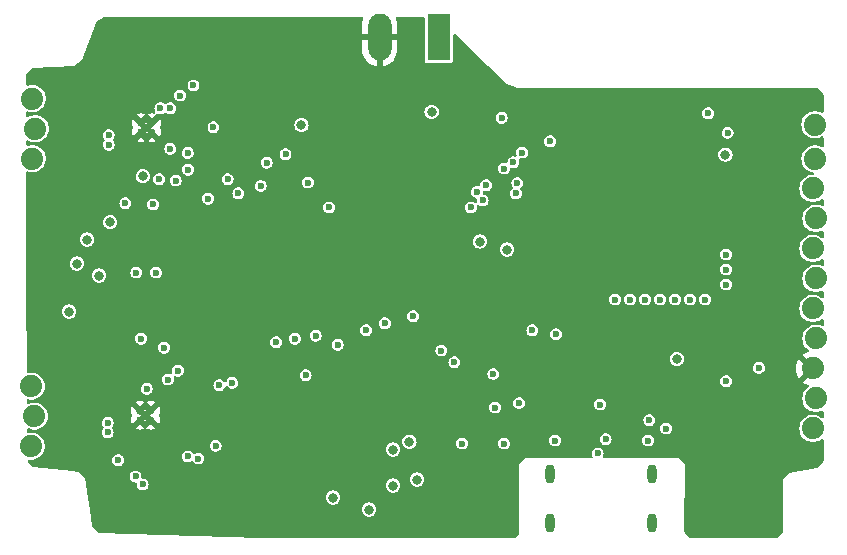
<source format=gbr>
%TF.GenerationSoftware,KiCad,Pcbnew,7.0.9*%
%TF.CreationDate,2023-12-08T19:14:30-07:00*%
%TF.ProjectId,mini_motor_go_V1_rev3,6d696e69-5f6d-46f7-946f-725f676f5f56,rev?*%
%TF.SameCoordinates,Original*%
%TF.FileFunction,Copper,L2,Inr*%
%TF.FilePolarity,Positive*%
%FSLAX46Y46*%
G04 Gerber Fmt 4.6, Leading zero omitted, Abs format (unit mm)*
G04 Created by KiCad (PCBNEW 7.0.9) date 2023-12-08 19:14:30*
%MOMM*%
%LPD*%
G01*
G04 APERTURE LIST*
%TA.AperFunction,ComponentPad*%
%ADD10C,0.600000*%
%TD*%
%TA.AperFunction,ComponentPad*%
%ADD11C,1.879600*%
%TD*%
%TA.AperFunction,ComponentPad*%
%ADD12O,0.800000X1.600000*%
%TD*%
%TA.AperFunction,ComponentPad*%
%ADD13R,1.980000X3.960000*%
%TD*%
%TA.AperFunction,ComponentPad*%
%ADD14O,1.980000X3.960000*%
%TD*%
%TA.AperFunction,ViaPad*%
%ADD15C,0.600000*%
%TD*%
%TA.AperFunction,ViaPad*%
%ADD16C,0.800000*%
%TD*%
G04 APERTURE END LIST*
D10*
%TO.N,GND*%
%TO.C,U2*%
X125481600Y-61536400D03*
X126381600Y-61536400D03*
X125481600Y-60736400D03*
X126381600Y-60736400D03*
%TD*%
D11*
%TO.N,Net-(U3-in+1)*%
%TO.C,J2*%
X116174213Y-88112054D03*
%TO.N,Net-(U5-V)*%
X116428213Y-85572054D03*
%TO.N,Net-(U3-in+2)*%
X116174213Y-83032054D03*
%TD*%
D12*
%TO.N,unconnected-(J11-SHELL_GND-PadS1)*%
%TO.C,J11*%
X160053600Y-94650700D03*
%TO.N,unconnected-(J11-SHELL_GND-PadS2)*%
X168703600Y-90450700D03*
%TO.N,unconnected-(J11-SHELL_GND-PadS3)*%
X160053600Y-90450700D03*
%TO.N,unconnected-(J11-SHELL_GND-PadS4)*%
X168703600Y-94650700D03*
%TD*%
D11*
%TO.N,Net-(J10-Pin_1)*%
%TO.C,J10*%
X182515000Y-63777800D03*
%TO.N,Net-(J10-Pin_2)*%
X182515000Y-60882200D03*
%TD*%
D10*
%TO.N,GND*%
%TO.C,U5*%
X125389938Y-85894093D03*
X126289938Y-85894093D03*
X125389938Y-85094093D03*
X126289938Y-85094093D03*
%TD*%
D11*
%TO.N,Net-(U4-in+1)*%
%TO.C,J1*%
X116257000Y-63754000D03*
%TO.N,Net-(U2-V)*%
X116511000Y-61214000D03*
%TO.N,Net-(U4-in+2)*%
X116257000Y-58674000D03*
%TD*%
%TO.N,+3.3V*%
%TO.C,J9*%
X182344000Y-86610000D03*
%TO.N,+5V*%
X182598000Y-84070000D03*
%TO.N,GND*%
X182344000Y-81530000D03*
%TO.N,gpio47*%
X182598000Y-78990000D03*
%TO.N,gpio38*%
X182344000Y-76450000D03*
%TO.N,Net-(J9-Pin_6)*%
X182598000Y-73910000D03*
%TO.N,Net-(J9-Pin_7)*%
X182344000Y-71370000D03*
%TO.N,Net-(J9-Pin_8)*%
X182598000Y-68830000D03*
%TO.N,Net-(J9-Pin_9)*%
X182344000Y-66290000D03*
%TD*%
D13*
%TO.N,+BATT*%
%TO.C,J8*%
X150668062Y-53472238D03*
D14*
%TO.N,GND*%
X145668062Y-53472238D03*
%TD*%
D15*
%TO.N,+BATT*%
X122642802Y-86943201D03*
D16*
X125624500Y-65250000D03*
X139050000Y-60930000D03*
D15*
X123535134Y-89300134D03*
X122732800Y-62585600D03*
X122732800Y-61772800D03*
X122642802Y-86130401D03*
%TO.N,GND*%
X161544000Y-81026000D03*
X158328060Y-81671940D03*
X166274001Y-83563600D03*
D16*
X164740000Y-66980000D03*
D15*
X118782002Y-86689201D03*
X154686000Y-94234000D03*
D16*
X164740000Y-68380000D03*
D15*
X161590842Y-82809158D03*
X124401600Y-62188400D03*
D16*
X116735000Y-74676000D03*
D15*
X157628060Y-80971940D03*
X159044166Y-82433634D03*
D16*
X166140000Y-65580000D03*
D15*
X159590842Y-80809158D03*
D16*
X123337570Y-73660000D03*
D15*
X171450000Y-87884000D03*
D16*
X135689493Y-89801810D03*
D15*
X159778060Y-83121940D03*
D16*
X166140000Y-68380000D03*
D15*
X177800000Y-87600000D03*
X157480000Y-87884000D03*
X131000000Y-71500000D03*
D16*
X137520000Y-60904365D03*
D15*
X132956940Y-63543060D03*
X157825500Y-78750000D03*
X124351602Y-84426001D03*
D16*
X164735137Y-65597355D03*
D15*
X156878060Y-80221940D03*
D16*
X137900000Y-70975500D03*
X166140000Y-66980000D03*
D15*
X143500000Y-84300000D03*
X160419981Y-83809449D03*
D16*
X167540000Y-66980000D03*
D15*
X156342637Y-79578908D03*
D16*
X167540000Y-68380000D03*
X174800000Y-59200000D03*
D15*
X141524000Y-89900000D03*
X119727546Y-62136006D03*
D16*
X138000000Y-73750000D03*
D15*
X158496000Y-83820000D03*
X124311602Y-86546001D03*
X124441600Y-60068400D03*
X125625500Y-82290000D03*
X160890842Y-82109158D03*
X118872000Y-62331600D03*
X161036000Y-88392000D03*
X144559980Y-67875500D03*
D16*
X167540000Y-65580000D03*
D15*
X158283364Y-79501678D03*
X167640000Y-88392000D03*
X160200000Y-59700000D03*
D16*
X172530000Y-79340000D03*
D15*
X131114800Y-89013600D03*
X119637548Y-86493607D03*
X156322500Y-78680558D03*
X125490000Y-57470000D03*
D16*
X137900000Y-68500000D03*
D15*
X158940842Y-80159158D03*
X160190842Y-81409158D03*
X154686000Y-89300000D03*
D16*
%TO.N,+3.3V*%
X148185362Y-87725395D03*
X148844000Y-90932000D03*
D15*
X156000000Y-60300000D03*
X125476000Y-79006000D03*
X148500000Y-77100000D03*
D16*
X119380000Y-76708000D03*
D15*
X175000000Y-82600000D03*
X125072469Y-73406000D03*
X128778000Y-58420000D03*
X128590000Y-81710000D03*
X126746000Y-73406000D03*
D16*
X170830000Y-80730000D03*
D15*
X124129800Y-67538600D03*
%TO.N,Net-(U3-in-1)*%
X125000000Y-90673500D03*
X129427830Y-88977500D03*
%TO.N,Net-(U3-in+1)*%
X130327526Y-89152900D03*
X125600000Y-91350000D03*
%TO.N,Net-(U3-ref_1)*%
X131775200Y-88073800D03*
X132100000Y-82950000D03*
X125943348Y-83248850D03*
%TO.N,/motor_controls/standby*%
X127421731Y-79763000D03*
X126492000Y-67640200D03*
X127104261Y-59503500D03*
X127740000Y-82470000D03*
%TO.N,+5V*%
X160528000Y-87630000D03*
X169926000Y-86614000D03*
X157480000Y-84455000D03*
X139599292Y-65785500D03*
X156210000Y-87884000D03*
X164338000Y-84582000D03*
X168500000Y-85900000D03*
X152654000Y-87884000D03*
D16*
X150070000Y-59790000D03*
D15*
X168402000Y-87630000D03*
X155448000Y-84836000D03*
%TO.N,Net-(U7-VFB)*%
X141400000Y-67900000D03*
D16*
%TO.N,m1_enc_cs*%
X122851991Y-69148009D03*
D15*
X175006000Y-71882000D03*
D16*
%TO.N,m2_enc_cs*%
X121920000Y-73660000D03*
D15*
X173228000Y-75692000D03*
%TO.N,m2_uh*%
X158600000Y-78300000D03*
X146106940Y-77706940D03*
%TO.N,m2_ul*%
X140250000Y-78750000D03*
X168148000Y-75692000D03*
%TO.N,m2_vh*%
X144531940Y-78281940D03*
X160600000Y-78621500D03*
%TO.N,m2_vl*%
X136900000Y-79300000D03*
X170688000Y-75692000D03*
%TO.N,m2_wh*%
X165608000Y-75692000D03*
X142113440Y-79513440D03*
%TO.N,m2_wl*%
X138500000Y-79000000D03*
X169418000Y-75692000D03*
%TO.N,m1_uh*%
X131150000Y-67150000D03*
X127000000Y-65500000D03*
X154391439Y-67300500D03*
%TO.N,m1_ul*%
X157200000Y-66700000D03*
X132789823Y-65500000D03*
X127939800Y-62941200D03*
%TO.N,m1_vh*%
X133700000Y-66700000D03*
X128400000Y-65618700D03*
X153900000Y-66585969D03*
%TO.N,m1_vl*%
X157000000Y-64075500D03*
X137700000Y-63400000D03*
X127939800Y-59503500D03*
%TO.N,m1_wh*%
X135600000Y-66075500D03*
X129446099Y-64700000D03*
X154693060Y-66006940D03*
%TO.N,m1_wl*%
X136100000Y-64100000D03*
X156200000Y-64600000D03*
X131600000Y-61100000D03*
%TO.N,Net-(J11-DP1)*%
X164800000Y-87517500D03*
X164126101Y-88722573D03*
%TO.N,Net-(U1-EN)*%
X160100000Y-62300000D03*
X153400000Y-67900000D03*
%TO.N,m2_current_sense_u*%
X133200000Y-82750000D03*
D16*
X156464000Y-71460500D03*
D15*
%TO.N,m2_current_sense_w*%
X139400000Y-82100000D03*
X166878000Y-75692000D03*
D16*
%TO.N,Net-(J10-Pin_1)*%
X174940000Y-63420000D03*
D15*
%TO.N,m1_current_sense_w*%
X129908326Y-57568045D03*
X157734000Y-63246000D03*
%TO.N,m1_current_sense_u*%
X129421099Y-63280167D03*
X157325503Y-65828100D03*
%TO.N,enc_scl*%
X175006000Y-73152000D03*
D16*
X120904000Y-70612000D03*
%TO.N,enc_sda*%
X120037570Y-72644000D03*
D15*
X175006000Y-74422000D03*
D16*
%TO.N,sda*%
X141732000Y-92456000D03*
D15*
X175125750Y-61574250D03*
D16*
X146812000Y-88392000D03*
D15*
X173482000Y-59930500D03*
D16*
%TO.N,scl*%
X146812000Y-91440000D03*
X144780000Y-93472000D03*
D15*
%TO.N,gpio38*%
X177770000Y-81480000D03*
X150900000Y-80010000D03*
D16*
%TO.N,gpio47*%
X154144667Y-70779500D03*
D15*
X152000000Y-81000000D03*
X155299500Y-82000000D03*
X171958000Y-75692000D03*
%TD*%
%TA.AperFunction,Conductor*%
%TO.N,GND*%
G36*
X144239454Y-51769685D02*
G01*
X144285209Y-51822489D01*
X144295153Y-51891647D01*
X144285971Y-51923811D01*
X144253963Y-51996780D01*
X144193346Y-52236147D01*
X144178062Y-52420607D01*
X144178062Y-53222238D01*
X145053894Y-53222238D01*
X145046419Y-53236480D01*
X145008062Y-53392100D01*
X145008062Y-53552376D01*
X145046419Y-53707996D01*
X145053894Y-53722238D01*
X144178062Y-53722238D01*
X144178062Y-54523869D01*
X144193346Y-54708328D01*
X144253963Y-54947698D01*
X144353154Y-55173829D01*
X144488210Y-55380549D01*
X144655456Y-55562226D01*
X144655460Y-55562229D01*
X144850307Y-55713885D01*
X144850313Y-55713889D01*
X145067483Y-55831416D01*
X145067491Y-55831419D01*
X145301032Y-55911594D01*
X145418061Y-55931123D01*
X145418062Y-55931122D01*
X145418062Y-54083295D01*
X145508954Y-54117766D01*
X145628143Y-54132238D01*
X145707981Y-54132238D01*
X145827170Y-54117766D01*
X145918062Y-54083295D01*
X145918062Y-55931123D01*
X146035091Y-55911594D01*
X146268632Y-55831419D01*
X146268640Y-55831416D01*
X146485810Y-55713889D01*
X146485816Y-55713885D01*
X146680663Y-55562229D01*
X146680667Y-55562226D01*
X146847913Y-55380549D01*
X146982969Y-55173829D01*
X147082160Y-54947698D01*
X147142777Y-54708328D01*
X147158062Y-54523869D01*
X147158062Y-53722238D01*
X146282230Y-53722238D01*
X146289705Y-53707996D01*
X146328062Y-53552376D01*
X146328062Y-53392100D01*
X146289705Y-53236480D01*
X146282230Y-53222238D01*
X147158062Y-53222238D01*
X147158062Y-52420607D01*
X147142777Y-52236147D01*
X147082160Y-51996780D01*
X147050153Y-51923811D01*
X147041250Y-51854511D01*
X147071227Y-51791398D01*
X147130566Y-51754511D01*
X147163709Y-51750000D01*
X149353562Y-51750000D01*
X149420601Y-51769685D01*
X149466356Y-51822489D01*
X149477562Y-51874000D01*
X149477562Y-55471990D01*
X149489193Y-55530467D01*
X149489194Y-55530468D01*
X149533509Y-55596790D01*
X149599831Y-55641105D01*
X149599832Y-55641106D01*
X149658309Y-55652737D01*
X149658312Y-55652738D01*
X149658314Y-55652738D01*
X151677812Y-55652738D01*
X151677813Y-55652737D01*
X151692630Y-55649790D01*
X151736291Y-55641106D01*
X151736291Y-55641105D01*
X151736293Y-55641105D01*
X151802614Y-55596790D01*
X151846929Y-55530469D01*
X151846929Y-55530467D01*
X151846930Y-55530467D01*
X151858561Y-55471990D01*
X151858562Y-55471988D01*
X151858562Y-53331260D01*
X151878247Y-53264221D01*
X151931051Y-53218466D01*
X152000209Y-53208522D01*
X152063765Y-53237547D01*
X152068008Y-53241399D01*
X154854482Y-55891734D01*
X155651697Y-56649999D01*
X156482706Y-57440407D01*
X156482707Y-57440408D01*
X157158576Y-57710501D01*
X157345000Y-57785000D01*
X176665000Y-57785000D01*
X177665000Y-57785000D01*
X182698645Y-57785000D01*
X182765684Y-57804685D01*
X182786317Y-57821309D01*
X183213792Y-58248691D01*
X183247283Y-58310011D01*
X183250120Y-58336355D01*
X183250432Y-59773723D01*
X183230762Y-59840767D01*
X183177968Y-59886533D01*
X183108812Y-59896492D01*
X183061154Y-59879177D01*
X183025454Y-59857072D01*
X183025452Y-59857071D01*
X182852321Y-59790001D01*
X182828395Y-59780732D01*
X182620664Y-59741900D01*
X182409336Y-59741900D01*
X182201605Y-59780732D01*
X182201602Y-59780732D01*
X182201602Y-59780733D01*
X182004547Y-59857071D01*
X182004546Y-59857072D01*
X181824870Y-59968324D01*
X181668699Y-60110691D01*
X181541344Y-60279337D01*
X181447147Y-60468509D01*
X181447144Y-60468515D01*
X181389314Y-60671770D01*
X181389313Y-60671773D01*
X181369815Y-60882199D01*
X181369815Y-60882200D01*
X181389313Y-61092626D01*
X181389314Y-61092629D01*
X181447144Y-61295884D01*
X181447147Y-61295890D01*
X181541344Y-61485062D01*
X181668699Y-61653708D01*
X181799338Y-61772800D01*
X181824872Y-61796077D01*
X182004547Y-61907328D01*
X182201605Y-61983668D01*
X182409336Y-62022500D01*
X182409338Y-62022500D01*
X182620662Y-62022500D01*
X182620664Y-62022500D01*
X182828395Y-61983668D01*
X183025453Y-61907328D01*
X183060372Y-61885707D01*
X183061635Y-61884925D01*
X183128996Y-61866368D01*
X183195695Y-61887176D01*
X183240557Y-61940740D01*
X183250914Y-61990324D01*
X183251062Y-62669713D01*
X183231392Y-62736757D01*
X183178598Y-62782523D01*
X183109442Y-62792482D01*
X183061785Y-62775167D01*
X183025459Y-62752675D01*
X183025452Y-62752671D01*
X182843395Y-62682143D01*
X182828395Y-62676332D01*
X182620664Y-62637500D01*
X182409336Y-62637500D01*
X182201605Y-62676332D01*
X182201602Y-62676332D01*
X182201602Y-62676333D01*
X182004547Y-62752671D01*
X182004546Y-62752672D01*
X181824870Y-62863924D01*
X181668699Y-63006291D01*
X181541344Y-63174937D01*
X181447147Y-63364109D01*
X181447144Y-63364115D01*
X181389314Y-63567370D01*
X181389313Y-63567373D01*
X181369815Y-63777799D01*
X181369815Y-63777800D01*
X181389313Y-63988226D01*
X181389314Y-63988229D01*
X181447144Y-64191484D01*
X181447147Y-64191490D01*
X181541344Y-64380662D01*
X181668699Y-64549308D01*
X181785698Y-64655965D01*
X181824872Y-64691677D01*
X182004547Y-64802928D01*
X182201605Y-64879268D01*
X182332901Y-64903811D01*
X182395181Y-64935479D01*
X182430454Y-64995792D01*
X182427520Y-65065600D01*
X182387311Y-65122740D01*
X182322593Y-65149071D01*
X182310115Y-65149700D01*
X182238336Y-65149700D01*
X182030605Y-65188532D01*
X182030602Y-65188532D01*
X182030602Y-65188533D01*
X181833547Y-65264871D01*
X181833546Y-65264872D01*
X181653870Y-65376124D01*
X181497699Y-65518491D01*
X181370344Y-65687137D01*
X181276147Y-65876309D01*
X181276144Y-65876315D01*
X181218314Y-66079570D01*
X181218313Y-66079573D01*
X181198815Y-66289999D01*
X181198815Y-66290000D01*
X181218313Y-66500426D01*
X181218314Y-66500429D01*
X181276144Y-66703684D01*
X181276147Y-66703690D01*
X181370344Y-66892862D01*
X181497699Y-67061508D01*
X181609886Y-67163779D01*
X181653872Y-67203877D01*
X181833547Y-67315128D01*
X182030605Y-67391468D01*
X182238336Y-67430300D01*
X182238338Y-67430300D01*
X182449662Y-67430300D01*
X182449664Y-67430300D01*
X182657395Y-67391468D01*
X182854453Y-67315128D01*
X183034128Y-67203877D01*
X183044524Y-67194399D01*
X183107325Y-67163779D01*
X183176713Y-67171973D01*
X183230655Y-67216380D01*
X183252026Y-67282900D01*
X183252066Y-67286005D01*
X183252152Y-67679496D01*
X183232482Y-67746540D01*
X183179688Y-67792306D01*
X183110532Y-67802265D01*
X183083359Y-67795150D01*
X182911399Y-67728533D01*
X182911396Y-67728532D01*
X182911395Y-67728532D01*
X182703664Y-67689700D01*
X182492336Y-67689700D01*
X182284605Y-67728532D01*
X182284602Y-67728532D01*
X182284602Y-67728533D01*
X182087547Y-67804871D01*
X182087546Y-67804872D01*
X181907870Y-67916124D01*
X181751699Y-68058491D01*
X181624344Y-68227137D01*
X181530147Y-68416309D01*
X181530144Y-68416315D01*
X181472314Y-68619570D01*
X181472313Y-68619573D01*
X181452815Y-68829999D01*
X181452815Y-68830000D01*
X181472313Y-69040426D01*
X181472314Y-69040429D01*
X181530144Y-69243684D01*
X181530147Y-69243690D01*
X181624344Y-69432862D01*
X181751699Y-69601508D01*
X181829624Y-69672545D01*
X181907872Y-69743877D01*
X182087547Y-69855128D01*
X182284605Y-69931468D01*
X182492336Y-69970300D01*
X182492338Y-69970300D01*
X182703662Y-69970300D01*
X182703664Y-69970300D01*
X182911395Y-69931468D01*
X183083858Y-69864655D01*
X183153481Y-69858793D01*
X183215221Y-69891503D01*
X183249476Y-69952399D01*
X183252652Y-69980255D01*
X183252738Y-70374552D01*
X183233068Y-70441596D01*
X183180274Y-70487362D01*
X183111118Y-70497321D01*
X183047556Y-70468310D01*
X183045200Y-70466216D01*
X183034129Y-70456124D01*
X183034128Y-70456123D01*
X182854453Y-70344872D01*
X182854452Y-70344871D01*
X182710365Y-70289052D01*
X182657395Y-70268532D01*
X182449664Y-70229700D01*
X182238336Y-70229700D01*
X182030605Y-70268532D01*
X182030602Y-70268532D01*
X182030602Y-70268533D01*
X181833547Y-70344871D01*
X181833546Y-70344872D01*
X181653870Y-70456124D01*
X181497699Y-70598491D01*
X181370344Y-70767137D01*
X181276147Y-70956309D01*
X181276144Y-70956315D01*
X181218314Y-71159570D01*
X181218313Y-71159573D01*
X181198815Y-71369999D01*
X181198815Y-71370000D01*
X181218313Y-71580426D01*
X181218314Y-71580429D01*
X181276144Y-71783684D01*
X181276147Y-71783690D01*
X181370344Y-71972862D01*
X181497699Y-72141508D01*
X181608782Y-72242772D01*
X181653872Y-72283877D01*
X181833547Y-72395128D01*
X182030605Y-72471468D01*
X182238336Y-72510300D01*
X182238338Y-72510300D01*
X182449662Y-72510300D01*
X182449664Y-72510300D01*
X182657395Y-72471468D01*
X182854453Y-72395128D01*
X183034128Y-72283877D01*
X183045632Y-72273389D01*
X183108432Y-72242772D01*
X183177819Y-72250967D01*
X183231761Y-72295374D01*
X183253132Y-72361895D01*
X183253171Y-72364998D01*
X183253257Y-72759924D01*
X183233587Y-72826968D01*
X183180793Y-72872734D01*
X183111637Y-72882693D01*
X183084464Y-72875578D01*
X182911399Y-72808533D01*
X182911396Y-72808532D01*
X182911395Y-72808532D01*
X182703664Y-72769700D01*
X182492336Y-72769700D01*
X182284605Y-72808532D01*
X182284602Y-72808532D01*
X182284602Y-72808533D01*
X182087547Y-72884871D01*
X182087546Y-72884872D01*
X181907870Y-72996124D01*
X181751699Y-73138491D01*
X181624344Y-73307137D01*
X181530147Y-73496309D01*
X181530144Y-73496315D01*
X181472314Y-73699570D01*
X181472313Y-73699573D01*
X181452815Y-73909999D01*
X181452815Y-73910000D01*
X181472313Y-74120426D01*
X181472314Y-74120429D01*
X181530144Y-74323684D01*
X181530147Y-74323690D01*
X181624344Y-74512862D01*
X181751699Y-74681508D01*
X181886050Y-74803983D01*
X181907872Y-74823877D01*
X182087547Y-74935128D01*
X182284605Y-75011468D01*
X182492336Y-75050300D01*
X182492338Y-75050300D01*
X182703662Y-75050300D01*
X182703664Y-75050300D01*
X182911395Y-75011468D01*
X183084963Y-74944228D01*
X183154586Y-74938365D01*
X183216326Y-74971075D01*
X183250581Y-75031971D01*
X183253757Y-75059827D01*
X183253844Y-75455560D01*
X183234174Y-75522604D01*
X183181380Y-75568370D01*
X183112224Y-75578329D01*
X183048662Y-75549318D01*
X183046307Y-75547225D01*
X183034129Y-75536124D01*
X183034128Y-75536123D01*
X182854453Y-75424872D01*
X182854452Y-75424871D01*
X182710365Y-75369052D01*
X182657395Y-75348532D01*
X182449664Y-75309700D01*
X182238336Y-75309700D01*
X182030605Y-75348532D01*
X182030602Y-75348532D01*
X182030602Y-75348533D01*
X181833547Y-75424871D01*
X181833546Y-75424872D01*
X181653870Y-75536124D01*
X181497699Y-75678491D01*
X181370344Y-75847137D01*
X181276147Y-76036309D01*
X181276144Y-76036315D01*
X181218314Y-76239570D01*
X181218313Y-76239573D01*
X181198815Y-76449999D01*
X181198815Y-76450000D01*
X181218313Y-76660426D01*
X181218314Y-76660429D01*
X181276144Y-76863684D01*
X181276147Y-76863690D01*
X181370344Y-77052862D01*
X181497699Y-77221508D01*
X181607677Y-77321765D01*
X181653872Y-77363877D01*
X181833547Y-77475128D01*
X182030605Y-77551468D01*
X182238336Y-77590300D01*
X182238338Y-77590300D01*
X182449662Y-77590300D01*
X182449664Y-77590300D01*
X182657395Y-77551468D01*
X182854453Y-77475128D01*
X183034128Y-77363877D01*
X183046735Y-77352383D01*
X183109538Y-77321765D01*
X183178925Y-77329961D01*
X183232866Y-77374370D01*
X183254236Y-77440892D01*
X183254275Y-77443992D01*
X183254362Y-77840352D01*
X183234692Y-77907396D01*
X183181898Y-77953162D01*
X183112742Y-77963121D01*
X183085569Y-77956006D01*
X182911399Y-77888533D01*
X182911396Y-77888532D01*
X182911395Y-77888532D01*
X182703664Y-77849700D01*
X182492336Y-77849700D01*
X182284605Y-77888532D01*
X182284602Y-77888532D01*
X182284602Y-77888533D01*
X182087547Y-77964871D01*
X182087546Y-77964872D01*
X181907870Y-78076124D01*
X181751699Y-78218491D01*
X181624344Y-78387137D01*
X181530147Y-78576309D01*
X181530144Y-78576315D01*
X181472314Y-78779570D01*
X181472313Y-78779573D01*
X181452815Y-78989999D01*
X181452815Y-78990000D01*
X181472313Y-79200426D01*
X181472314Y-79200429D01*
X181530144Y-79403684D01*
X181530147Y-79403690D01*
X181624344Y-79592862D01*
X181751699Y-79761508D01*
X181907871Y-79903876D01*
X181907873Y-79903878D01*
X181948852Y-79929251D01*
X181995488Y-79981279D01*
X182006592Y-80050260D01*
X181978639Y-80114295D01*
X181923838Y-80151959D01*
X181763661Y-80206948D01*
X181763650Y-80206953D01*
X181553807Y-80320514D01*
X181553802Y-80320517D01*
X181516840Y-80349286D01*
X181516840Y-80349287D01*
X182204400Y-81036847D01*
X182199408Y-81037565D01*
X182066530Y-81098248D01*
X181956131Y-81193910D01*
X181877155Y-81316799D01*
X181854478Y-81394030D01*
X181164057Y-80703609D01*
X181073392Y-80842382D01*
X180977545Y-81060895D01*
X180918969Y-81292203D01*
X180918967Y-81292211D01*
X180899265Y-81529993D01*
X180899265Y-81530006D01*
X180918967Y-81767788D01*
X180918969Y-81767796D01*
X180977545Y-81999104D01*
X181073391Y-82217614D01*
X181164057Y-82356389D01*
X181854477Y-81665969D01*
X181877155Y-81743201D01*
X181956131Y-81866090D01*
X182066530Y-81961752D01*
X182199408Y-82022435D01*
X182204398Y-82023152D01*
X181516839Y-82710711D01*
X181516840Y-82710712D01*
X181553802Y-82739481D01*
X181553808Y-82739486D01*
X181763650Y-82853046D01*
X181763660Y-82853051D01*
X181923838Y-82908040D01*
X181980853Y-82948425D01*
X182006984Y-83013225D01*
X181993933Y-83081865D01*
X181948854Y-83130747D01*
X181907872Y-83156122D01*
X181907871Y-83156123D01*
X181751699Y-83298491D01*
X181624344Y-83467137D01*
X181530147Y-83656309D01*
X181530144Y-83656315D01*
X181472314Y-83859570D01*
X181472313Y-83859573D01*
X181452815Y-84069999D01*
X181452815Y-84070000D01*
X181472313Y-84280426D01*
X181472314Y-84280429D01*
X181530144Y-84483684D01*
X181530147Y-84483690D01*
X181624344Y-84672862D01*
X181751699Y-84841508D01*
X181864231Y-84944093D01*
X181907872Y-84983877D01*
X182087547Y-85095128D01*
X182284605Y-85171468D01*
X182492336Y-85210300D01*
X182492338Y-85210300D01*
X182703662Y-85210300D01*
X182703664Y-85210300D01*
X182911395Y-85171468D01*
X183087175Y-85103370D01*
X183156797Y-85097509D01*
X183218538Y-85130219D01*
X183252793Y-85191115D01*
X183255968Y-85218971D01*
X183256055Y-85617576D01*
X183236385Y-85684620D01*
X183183591Y-85730386D01*
X183114435Y-85740345D01*
X183050873Y-85711334D01*
X183048517Y-85709240D01*
X183034129Y-85696124D01*
X183034128Y-85696123D01*
X182854453Y-85584872D01*
X182854452Y-85584871D01*
X182710365Y-85529052D01*
X182657395Y-85508532D01*
X182449664Y-85469700D01*
X182238336Y-85469700D01*
X182030605Y-85508532D01*
X182030602Y-85508532D01*
X182030602Y-85508533D01*
X181833547Y-85584871D01*
X181833546Y-85584872D01*
X181653870Y-85696124D01*
X181497699Y-85838491D01*
X181370344Y-86007137D01*
X181276147Y-86196309D01*
X181276144Y-86196315D01*
X181218314Y-86399570D01*
X181218313Y-86399573D01*
X181198815Y-86609999D01*
X181198815Y-86610000D01*
X181218313Y-86820426D01*
X181218314Y-86820429D01*
X181276144Y-87023684D01*
X181276147Y-87023690D01*
X181370344Y-87212862D01*
X181497699Y-87381508D01*
X181605466Y-87479749D01*
X181653872Y-87523877D01*
X181833547Y-87635128D01*
X182030605Y-87711468D01*
X182238336Y-87750300D01*
X182238338Y-87750300D01*
X182449662Y-87750300D01*
X182449664Y-87750300D01*
X182657395Y-87711468D01*
X182854453Y-87635128D01*
X183034128Y-87523877D01*
X183048949Y-87510365D01*
X183111752Y-87479749D01*
X183181139Y-87487946D01*
X183235080Y-87532356D01*
X183256448Y-87598878D01*
X183256487Y-87601976D01*
X183256860Y-89314895D01*
X183237190Y-89381939D01*
X183227903Y-89394564D01*
X183205947Y-89420766D01*
X182793637Y-89912804D01*
X182735494Y-89951544D01*
X182720266Y-89955253D01*
X180312307Y-90382623D01*
X180312306Y-90382623D01*
X180312305Y-90382624D01*
X180013248Y-90736776D01*
X179816319Y-90969986D01*
X179784054Y-95352361D01*
X179763876Y-95419254D01*
X179747371Y-95439494D01*
X179316302Y-95866979D01*
X179254840Y-95900208D01*
X179228866Y-95902933D01*
X172028205Y-95895828D01*
X171961185Y-95876077D01*
X171940452Y-95859315D01*
X171514777Y-95431750D01*
X171481428Y-95370353D01*
X171478653Y-95343836D01*
X171498278Y-89645997D01*
X171000000Y-89146000D01*
X164675898Y-89146000D01*
X164608859Y-89126315D01*
X164563104Y-89073511D01*
X164553160Y-89004353D01*
X164563104Y-88970488D01*
X164587079Y-88917991D01*
X164611266Y-88865030D01*
X164631748Y-88722573D01*
X164611266Y-88580116D01*
X164551478Y-88449200D01*
X164457229Y-88340430D01*
X164336154Y-88262620D01*
X164336152Y-88262619D01*
X164336150Y-88262618D01*
X164336151Y-88262618D01*
X164198064Y-88222073D01*
X164198062Y-88222073D01*
X164054140Y-88222073D01*
X164054137Y-88222073D01*
X163916050Y-88262618D01*
X163794974Y-88340429D01*
X163794973Y-88340429D01*
X163794973Y-88340430D01*
X163789132Y-88347171D01*
X163700724Y-88449199D01*
X163700723Y-88449201D01*
X163640935Y-88580116D01*
X163620454Y-88722573D01*
X163640935Y-88865029D01*
X163689098Y-88970488D01*
X163699042Y-89039646D01*
X163670017Y-89103202D01*
X163611240Y-89140977D01*
X163576304Y-89146000D01*
X157979999Y-89146000D01*
X157480000Y-89645999D01*
X157480000Y-95452638D01*
X157460315Y-95519677D01*
X157443681Y-95540319D01*
X157135319Y-95848681D01*
X157073996Y-95882166D01*
X157047638Y-95885000D01*
X136580500Y-95885000D01*
X135580770Y-95868584D01*
X121924802Y-95419990D01*
X121858445Y-95398115D01*
X121846047Y-95388338D01*
X121796465Y-95343836D01*
X121343411Y-94937202D01*
X121306670Y-94877776D01*
X121303467Y-94862329D01*
X121106513Y-93472001D01*
X144174318Y-93472001D01*
X144194955Y-93628760D01*
X144194956Y-93628762D01*
X144247511Y-93755642D01*
X144255464Y-93774841D01*
X144351718Y-93900282D01*
X144477159Y-93996536D01*
X144623238Y-94057044D01*
X144701619Y-94067363D01*
X144779999Y-94077682D01*
X144780000Y-94077682D01*
X144780001Y-94077682D01*
X144832254Y-94070802D01*
X144936762Y-94057044D01*
X145082841Y-93996536D01*
X145208282Y-93900282D01*
X145304536Y-93774841D01*
X145365044Y-93628762D01*
X145385682Y-93472000D01*
X145365044Y-93315238D01*
X145304536Y-93169159D01*
X145208282Y-93043718D01*
X145082841Y-92947464D01*
X144936762Y-92886956D01*
X144936760Y-92886955D01*
X144780001Y-92866318D01*
X144779999Y-92866318D01*
X144623239Y-92886955D01*
X144623237Y-92886956D01*
X144477160Y-92947463D01*
X144351718Y-93043718D01*
X144255463Y-93169160D01*
X144194956Y-93315237D01*
X144194955Y-93315239D01*
X144174318Y-93471998D01*
X144174318Y-93472001D01*
X121106513Y-93472001D01*
X120962586Y-92456001D01*
X141126318Y-92456001D01*
X141146955Y-92612760D01*
X141146956Y-92612762D01*
X141204704Y-92752179D01*
X141207464Y-92758841D01*
X141303718Y-92884282D01*
X141429159Y-92980536D01*
X141575238Y-93041044D01*
X141653619Y-93051363D01*
X141731999Y-93061682D01*
X141732000Y-93061682D01*
X141732001Y-93061682D01*
X141784254Y-93054802D01*
X141888762Y-93041044D01*
X142034841Y-92980536D01*
X142160282Y-92884282D01*
X142256536Y-92758841D01*
X142317044Y-92612762D01*
X142337682Y-92456000D01*
X142317044Y-92299238D01*
X142256536Y-92153159D01*
X142160282Y-92027718D01*
X142034841Y-91931464D01*
X141951111Y-91896782D01*
X141888762Y-91870956D01*
X141888760Y-91870955D01*
X141732001Y-91850318D01*
X141731999Y-91850318D01*
X141575239Y-91870955D01*
X141575237Y-91870956D01*
X141429160Y-91931463D01*
X141303718Y-92027718D01*
X141207463Y-92153160D01*
X141146956Y-92299237D01*
X141146955Y-92299239D01*
X141126318Y-92455998D01*
X141126318Y-92456001D01*
X120962586Y-92456001D01*
X120730130Y-90815057D01*
X120583922Y-90673500D01*
X124494353Y-90673500D01*
X124514834Y-90815956D01*
X124574453Y-90946500D01*
X124574623Y-90946873D01*
X124668872Y-91055643D01*
X124789947Y-91133453D01*
X124789950Y-91133454D01*
X124789949Y-91133454D01*
X124928036Y-91173999D01*
X124928038Y-91174000D01*
X124976554Y-91174000D01*
X125043593Y-91193685D01*
X125089348Y-91246489D01*
X125099292Y-91315646D01*
X125094353Y-91349999D01*
X125114834Y-91492456D01*
X125136743Y-91540429D01*
X125174623Y-91623373D01*
X125268872Y-91732143D01*
X125389947Y-91809953D01*
X125389950Y-91809954D01*
X125389949Y-91809954D01*
X125497107Y-91841417D01*
X125527419Y-91850318D01*
X125528036Y-91850499D01*
X125528038Y-91850500D01*
X125528039Y-91850500D01*
X125671962Y-91850500D01*
X125671962Y-91850499D01*
X125810053Y-91809953D01*
X125931128Y-91732143D01*
X126025377Y-91623373D01*
X126085165Y-91492457D01*
X126092707Y-91440001D01*
X146206318Y-91440001D01*
X146226955Y-91596760D01*
X146226956Y-91596762D01*
X146287464Y-91742841D01*
X146383718Y-91868282D01*
X146509159Y-91964536D01*
X146655238Y-92025044D01*
X146733619Y-92035363D01*
X146811999Y-92045682D01*
X146812000Y-92045682D01*
X146812001Y-92045682D01*
X146864254Y-92038802D01*
X146968762Y-92025044D01*
X147114841Y-91964536D01*
X147240282Y-91868282D01*
X147336536Y-91742841D01*
X147397044Y-91596762D01*
X147417682Y-91440000D01*
X147405168Y-91344950D01*
X147397044Y-91283239D01*
X147397044Y-91283238D01*
X147336536Y-91137159D01*
X147240282Y-91011718D01*
X147136392Y-90932001D01*
X148238318Y-90932001D01*
X148258955Y-91088760D01*
X148258956Y-91088762D01*
X148302416Y-91193685D01*
X148319464Y-91234841D01*
X148415718Y-91360282D01*
X148541159Y-91456536D01*
X148687238Y-91517044D01*
X148765619Y-91527363D01*
X148843999Y-91537682D01*
X148844000Y-91537682D01*
X148844001Y-91537682D01*
X148896254Y-91530802D01*
X149000762Y-91517044D01*
X149146841Y-91456536D01*
X149272282Y-91360282D01*
X149368536Y-91234841D01*
X149429044Y-91088762D01*
X149444961Y-90967857D01*
X149449682Y-90932001D01*
X149449682Y-90931998D01*
X149431070Y-90790625D01*
X149429044Y-90775238D01*
X149368536Y-90629159D01*
X149272282Y-90503718D01*
X149146841Y-90407464D01*
X149129130Y-90400128D01*
X149000762Y-90346956D01*
X149000760Y-90346955D01*
X148844001Y-90326318D01*
X148843999Y-90326318D01*
X148687239Y-90346955D01*
X148687237Y-90346956D01*
X148541160Y-90407463D01*
X148415718Y-90503718D01*
X148319463Y-90629160D01*
X148258956Y-90775237D01*
X148258955Y-90775239D01*
X148238318Y-90931998D01*
X148238318Y-90932001D01*
X147136392Y-90932001D01*
X147114841Y-90915464D01*
X146968762Y-90854956D01*
X146968760Y-90854955D01*
X146812001Y-90834318D01*
X146811999Y-90834318D01*
X146655239Y-90854955D01*
X146655237Y-90854956D01*
X146509160Y-90915463D01*
X146383718Y-91011718D01*
X146287463Y-91137160D01*
X146226956Y-91283237D01*
X146226955Y-91283239D01*
X146206318Y-91439998D01*
X146206318Y-91440001D01*
X126092707Y-91440001D01*
X126105647Y-91350000D01*
X126085165Y-91207543D01*
X126025377Y-91076627D01*
X125931128Y-90967857D01*
X125810053Y-90890047D01*
X125810051Y-90890046D01*
X125810049Y-90890045D01*
X125810050Y-90890045D01*
X125671963Y-90849500D01*
X125671961Y-90849500D01*
X125623446Y-90849500D01*
X125556407Y-90829815D01*
X125510652Y-90777011D01*
X125500708Y-90707854D01*
X125505647Y-90673500D01*
X125485165Y-90531043D01*
X125472686Y-90503718D01*
X125425377Y-90400127D01*
X125331128Y-90291357D01*
X125210053Y-90213547D01*
X125210051Y-90213546D01*
X125210049Y-90213545D01*
X125210050Y-90213545D01*
X125071963Y-90173000D01*
X125071961Y-90173000D01*
X124928039Y-90173000D01*
X124928036Y-90173000D01*
X124789949Y-90213545D01*
X124668873Y-90291356D01*
X124574623Y-90400126D01*
X124574622Y-90400128D01*
X124514834Y-90531043D01*
X124494353Y-90673500D01*
X120583922Y-90673500D01*
X120162935Y-90265905D01*
X119681817Y-90213545D01*
X116334191Y-89849223D01*
X116269675Y-89822401D01*
X116255378Y-89808836D01*
X115936428Y-89453929D01*
X115906258Y-89390908D01*
X115914949Y-89321581D01*
X115932864Y-89300134D01*
X123029487Y-89300134D01*
X123049968Y-89442590D01*
X123101598Y-89555642D01*
X123109757Y-89573507D01*
X123204006Y-89682277D01*
X123325081Y-89760087D01*
X123325084Y-89760088D01*
X123325083Y-89760088D01*
X123463170Y-89800633D01*
X123463172Y-89800634D01*
X123463173Y-89800634D01*
X123607096Y-89800634D01*
X123607096Y-89800633D01*
X123745187Y-89760087D01*
X123866262Y-89682277D01*
X123960511Y-89573507D01*
X124020299Y-89442591D01*
X124040781Y-89300134D01*
X124020299Y-89157677D01*
X123960511Y-89026761D01*
X123917826Y-88977500D01*
X128922183Y-88977500D01*
X128942664Y-89119956D01*
X128985394Y-89213520D01*
X129002453Y-89250873D01*
X129096702Y-89359643D01*
X129217777Y-89437453D01*
X129217780Y-89437454D01*
X129217779Y-89437454D01*
X129355866Y-89477999D01*
X129355868Y-89478000D01*
X129355869Y-89478000D01*
X129499792Y-89478000D01*
X129499792Y-89477999D01*
X129606951Y-89446535D01*
X129637880Y-89437454D01*
X129637881Y-89437454D01*
X129655279Y-89426273D01*
X129725748Y-89380985D01*
X129792787Y-89361301D01*
X129859826Y-89380985D01*
X129894315Y-89420766D01*
X129897355Y-89418813D01*
X129902148Y-89426271D01*
X129902149Y-89426273D01*
X129996398Y-89535043D01*
X130117473Y-89612853D01*
X130117476Y-89612854D01*
X130117475Y-89612854D01*
X130255562Y-89653399D01*
X130255564Y-89653400D01*
X130255565Y-89653400D01*
X130399488Y-89653400D01*
X130399488Y-89653399D01*
X130537579Y-89612853D01*
X130658654Y-89535043D01*
X130752903Y-89426273D01*
X130812691Y-89295357D01*
X130833173Y-89152900D01*
X130812691Y-89010443D01*
X130752903Y-88879527D01*
X130658654Y-88770757D01*
X130537579Y-88692947D01*
X130537577Y-88692946D01*
X130537575Y-88692945D01*
X130537576Y-88692945D01*
X130399489Y-88652400D01*
X130399487Y-88652400D01*
X130255565Y-88652400D01*
X130255562Y-88652400D01*
X130117475Y-88692945D01*
X130117472Y-88692946D01*
X130029606Y-88749414D01*
X129962567Y-88769098D01*
X129895528Y-88749413D01*
X129861052Y-88709625D01*
X129858001Y-88711587D01*
X129853206Y-88704126D01*
X129758958Y-88595357D01*
X129637883Y-88517547D01*
X129637881Y-88517546D01*
X129637879Y-88517545D01*
X129637880Y-88517545D01*
X129499793Y-88477000D01*
X129499791Y-88477000D01*
X129355869Y-88477000D01*
X129355866Y-88477000D01*
X129217779Y-88517545D01*
X129096703Y-88595356D01*
X129002453Y-88704126D01*
X129002452Y-88704128D01*
X128942664Y-88835043D01*
X128922183Y-88977500D01*
X123917826Y-88977500D01*
X123866262Y-88917991D01*
X123745187Y-88840181D01*
X123745185Y-88840180D01*
X123745183Y-88840179D01*
X123745184Y-88840179D01*
X123607097Y-88799634D01*
X123607095Y-88799634D01*
X123463173Y-88799634D01*
X123463170Y-88799634D01*
X123325083Y-88840179D01*
X123204007Y-88917990D01*
X123109757Y-89026760D01*
X123109756Y-89026762D01*
X123049968Y-89157677D01*
X123029487Y-89300134D01*
X115932864Y-89300134D01*
X115959742Y-89267958D01*
X116026414Y-89247064D01*
X116051437Y-89249155D01*
X116068549Y-89252354D01*
X116068551Y-89252354D01*
X116279875Y-89252354D01*
X116279877Y-89252354D01*
X116487608Y-89213522D01*
X116684666Y-89137182D01*
X116864341Y-89025931D01*
X117020515Y-88883560D01*
X117147869Y-88714916D01*
X117242066Y-88525743D01*
X117242066Y-88525740D01*
X117242068Y-88525738D01*
X117282253Y-88384499D01*
X117299899Y-88322481D01*
X117319398Y-88112054D01*
X117317276Y-88089159D01*
X117315853Y-88073800D01*
X131269553Y-88073800D01*
X131290034Y-88216256D01*
X131348352Y-88343953D01*
X131349823Y-88347173D01*
X131444072Y-88455943D01*
X131565147Y-88533753D01*
X131565150Y-88533754D01*
X131565149Y-88533754D01*
X131703236Y-88574299D01*
X131703238Y-88574300D01*
X131703239Y-88574300D01*
X131847162Y-88574300D01*
X131847162Y-88574299D01*
X131985253Y-88533753D01*
X132106328Y-88455943D01*
X132161734Y-88392001D01*
X146206318Y-88392001D01*
X146226955Y-88548760D01*
X146226956Y-88548762D01*
X146286678Y-88692945D01*
X146287464Y-88694841D01*
X146383718Y-88820282D01*
X146509159Y-88916536D01*
X146655238Y-88977044D01*
X146733619Y-88987363D01*
X146811999Y-88997682D01*
X146812000Y-88997682D01*
X146812001Y-88997682D01*
X146864254Y-88990802D01*
X146968762Y-88977044D01*
X147114841Y-88916536D01*
X147240282Y-88820282D01*
X147336536Y-88694841D01*
X147397044Y-88548762D01*
X147417682Y-88392000D01*
X147416694Y-88384499D01*
X147397044Y-88235239D01*
X147397044Y-88235238D01*
X147336536Y-88089159D01*
X147240282Y-87963718D01*
X147114841Y-87867464D01*
X146968762Y-87806956D01*
X146968760Y-87806955D01*
X146812001Y-87786318D01*
X146811999Y-87786318D01*
X146655239Y-87806955D01*
X146655237Y-87806956D01*
X146509160Y-87867463D01*
X146383718Y-87963718D01*
X146287463Y-88089160D01*
X146226956Y-88235237D01*
X146226955Y-88235239D01*
X146206318Y-88391998D01*
X146206318Y-88392001D01*
X132161734Y-88392001D01*
X132200577Y-88347173D01*
X132260365Y-88216257D01*
X132280847Y-88073800D01*
X132260365Y-87931343D01*
X132200577Y-87800427D01*
X132135563Y-87725396D01*
X147579680Y-87725396D01*
X147600317Y-87882155D01*
X147600318Y-87882157D01*
X147620691Y-87931343D01*
X147660826Y-88028236D01*
X147757080Y-88153677D01*
X147882521Y-88249931D01*
X148028600Y-88310439D01*
X148106981Y-88320758D01*
X148185361Y-88331077D01*
X148185362Y-88331077D01*
X148185363Y-88331077D01*
X148250663Y-88322480D01*
X148342124Y-88310439D01*
X148488203Y-88249931D01*
X148613644Y-88153677D01*
X148709898Y-88028236D01*
X148769643Y-87884000D01*
X152148353Y-87884000D01*
X152168834Y-88026456D01*
X152197833Y-88089953D01*
X152228623Y-88157373D01*
X152322872Y-88266143D01*
X152443947Y-88343953D01*
X152443950Y-88343954D01*
X152443949Y-88343954D01*
X152582036Y-88384499D01*
X152582038Y-88384500D01*
X152582039Y-88384500D01*
X152725962Y-88384500D01*
X152725962Y-88384499D01*
X152853087Y-88347173D01*
X152864050Y-88343954D01*
X152864050Y-88343953D01*
X152864053Y-88343953D01*
X152985128Y-88266143D01*
X153079377Y-88157373D01*
X153139165Y-88026457D01*
X153159647Y-87884000D01*
X155704353Y-87884000D01*
X155724834Y-88026456D01*
X155753833Y-88089953D01*
X155784623Y-88157373D01*
X155878872Y-88266143D01*
X155999947Y-88343953D01*
X155999950Y-88343954D01*
X155999949Y-88343954D01*
X156138036Y-88384499D01*
X156138038Y-88384500D01*
X156138039Y-88384500D01*
X156281962Y-88384500D01*
X156281962Y-88384499D01*
X156409087Y-88347173D01*
X156420050Y-88343954D01*
X156420050Y-88343953D01*
X156420053Y-88343953D01*
X156541128Y-88266143D01*
X156635377Y-88157373D01*
X156695165Y-88026457D01*
X156715647Y-87884000D01*
X156695165Y-87741543D01*
X156644224Y-87630000D01*
X160022353Y-87630000D01*
X160042834Y-87772456D01*
X160101824Y-87901624D01*
X160102623Y-87903373D01*
X160196872Y-88012143D01*
X160317947Y-88089953D01*
X160317950Y-88089954D01*
X160317949Y-88089954D01*
X160456036Y-88130499D01*
X160456038Y-88130500D01*
X160456039Y-88130500D01*
X160599962Y-88130500D01*
X160599962Y-88130499D01*
X160738053Y-88089953D01*
X160859128Y-88012143D01*
X160953377Y-87903373D01*
X161013165Y-87772457D01*
X161033647Y-87630000D01*
X161017472Y-87517500D01*
X164294353Y-87517500D01*
X164314834Y-87659956D01*
X164372543Y-87786318D01*
X164374623Y-87790873D01*
X164468872Y-87899643D01*
X164589947Y-87977453D01*
X164589950Y-87977454D01*
X164589949Y-87977454D01*
X164728036Y-88017999D01*
X164728038Y-88018000D01*
X164728039Y-88018000D01*
X164871962Y-88018000D01*
X164871962Y-88017999D01*
X165010053Y-87977453D01*
X165131128Y-87899643D01*
X165225377Y-87790873D01*
X165285165Y-87659957D01*
X165289472Y-87630000D01*
X167896353Y-87630000D01*
X167916834Y-87772456D01*
X167975824Y-87901624D01*
X167976623Y-87903373D01*
X168070872Y-88012143D01*
X168191947Y-88089953D01*
X168191950Y-88089954D01*
X168191949Y-88089954D01*
X168330036Y-88130499D01*
X168330038Y-88130500D01*
X168330039Y-88130500D01*
X168473962Y-88130500D01*
X168473962Y-88130499D01*
X168612053Y-88089953D01*
X168733128Y-88012143D01*
X168827377Y-87903373D01*
X168887165Y-87772457D01*
X168907647Y-87630000D01*
X168887165Y-87487543D01*
X168827377Y-87356627D01*
X168733128Y-87247857D01*
X168612053Y-87170047D01*
X168612051Y-87170046D01*
X168612049Y-87170045D01*
X168612050Y-87170045D01*
X168473963Y-87129500D01*
X168473961Y-87129500D01*
X168330039Y-87129500D01*
X168330036Y-87129500D01*
X168191949Y-87170045D01*
X168070873Y-87247856D01*
X167976623Y-87356626D01*
X167976622Y-87356628D01*
X167916834Y-87487543D01*
X167896353Y-87630000D01*
X165289472Y-87630000D01*
X165305647Y-87517500D01*
X165285165Y-87375043D01*
X165225377Y-87244127D01*
X165131128Y-87135357D01*
X165010053Y-87057547D01*
X165010051Y-87057546D01*
X165010049Y-87057545D01*
X165010050Y-87057545D01*
X164871963Y-87017000D01*
X164871961Y-87017000D01*
X164728039Y-87017000D01*
X164728036Y-87017000D01*
X164589949Y-87057545D01*
X164468873Y-87135356D01*
X164374623Y-87244126D01*
X164374622Y-87244128D01*
X164314834Y-87375043D01*
X164294353Y-87517500D01*
X161017472Y-87517500D01*
X161013165Y-87487543D01*
X160953377Y-87356627D01*
X160859128Y-87247857D01*
X160738053Y-87170047D01*
X160738051Y-87170046D01*
X160738049Y-87170045D01*
X160738050Y-87170045D01*
X160599963Y-87129500D01*
X160599961Y-87129500D01*
X160456039Y-87129500D01*
X160456036Y-87129500D01*
X160317949Y-87170045D01*
X160196873Y-87247856D01*
X160102623Y-87356626D01*
X160102622Y-87356628D01*
X160042834Y-87487543D01*
X160022353Y-87630000D01*
X156644224Y-87630000D01*
X156635377Y-87610627D01*
X156541128Y-87501857D01*
X156420053Y-87424047D01*
X156420051Y-87424046D01*
X156420049Y-87424045D01*
X156420050Y-87424045D01*
X156281963Y-87383500D01*
X156281961Y-87383500D01*
X156138039Y-87383500D01*
X156138036Y-87383500D01*
X155999949Y-87424045D01*
X155878873Y-87501856D01*
X155784623Y-87610626D01*
X155784622Y-87610628D01*
X155724834Y-87741543D01*
X155704353Y-87884000D01*
X153159647Y-87884000D01*
X153139165Y-87741543D01*
X153079377Y-87610627D01*
X152985128Y-87501857D01*
X152864053Y-87424047D01*
X152864051Y-87424046D01*
X152864049Y-87424045D01*
X152864050Y-87424045D01*
X152725963Y-87383500D01*
X152725961Y-87383500D01*
X152582039Y-87383500D01*
X152582036Y-87383500D01*
X152443949Y-87424045D01*
X152322873Y-87501856D01*
X152228623Y-87610626D01*
X152228622Y-87610628D01*
X152168834Y-87741543D01*
X152148353Y-87884000D01*
X148769643Y-87884000D01*
X148770406Y-87882157D01*
X148791044Y-87725395D01*
X148789210Y-87711468D01*
X148777285Y-87620887D01*
X148770406Y-87568633D01*
X148709898Y-87422554D01*
X148613644Y-87297113D01*
X148488203Y-87200859D01*
X148413816Y-87170047D01*
X148342124Y-87140351D01*
X148342122Y-87140350D01*
X148185363Y-87119713D01*
X148185361Y-87119713D01*
X148028601Y-87140350D01*
X148028599Y-87140351D01*
X147882522Y-87200858D01*
X147757080Y-87297113D01*
X147660825Y-87422555D01*
X147600318Y-87568632D01*
X147600317Y-87568634D01*
X147579680Y-87725393D01*
X147579680Y-87725396D01*
X132135563Y-87725396D01*
X132106328Y-87691657D01*
X131985253Y-87613847D01*
X131985251Y-87613846D01*
X131985249Y-87613845D01*
X131985250Y-87613845D01*
X131847163Y-87573300D01*
X131847161Y-87573300D01*
X131703239Y-87573300D01*
X131703236Y-87573300D01*
X131565149Y-87613845D01*
X131444073Y-87691656D01*
X131349823Y-87800426D01*
X131349822Y-87800428D01*
X131290034Y-87931343D01*
X131269553Y-88073800D01*
X117315853Y-88073800D01*
X117299899Y-87901627D01*
X117299898Y-87901624D01*
X117299334Y-87899643D01*
X117272963Y-87806955D01*
X117242068Y-87698369D01*
X117242065Y-87698363D01*
X117222941Y-87659957D01*
X117147869Y-87509192D01*
X117086768Y-87428281D01*
X117020513Y-87340545D01*
X116864342Y-87198178D01*
X116864341Y-87198177D01*
X116684666Y-87086926D01*
X116684665Y-87086925D01*
X116540578Y-87031106D01*
X116487608Y-87010586D01*
X116279877Y-86971754D01*
X116068549Y-86971754D01*
X115947792Y-86994327D01*
X115938081Y-86996143D01*
X115931586Y-86997357D01*
X115862071Y-86990326D01*
X115807392Y-86946828D01*
X115806159Y-86943201D01*
X122137155Y-86943201D01*
X122157636Y-87085657D01*
X122209023Y-87198177D01*
X122217425Y-87216574D01*
X122311674Y-87325344D01*
X122432749Y-87403154D01*
X122432752Y-87403155D01*
X122432751Y-87403155D01*
X122570838Y-87443700D01*
X122570840Y-87443701D01*
X122570841Y-87443701D01*
X122714764Y-87443701D01*
X122714764Y-87443700D01*
X122852855Y-87403154D01*
X122973930Y-87325344D01*
X123068179Y-87216574D01*
X123127967Y-87085658D01*
X123148449Y-86943201D01*
X123127967Y-86800744D01*
X123068179Y-86669828D01*
X123023272Y-86618002D01*
X123019962Y-86610753D01*
X125026829Y-86610753D01*
X125040635Y-86619428D01*
X125040639Y-86619430D01*
X125210796Y-86678970D01*
X125210799Y-86678971D01*
X125389935Y-86699155D01*
X125389941Y-86699155D01*
X125569076Y-86678971D01*
X125739244Y-86619426D01*
X125753267Y-86610614D01*
X125753185Y-86610561D01*
X125926523Y-86610561D01*
X125940635Y-86619428D01*
X125940639Y-86619430D01*
X126110796Y-86678970D01*
X126110799Y-86678971D01*
X126289935Y-86699155D01*
X126289941Y-86699155D01*
X126469076Y-86678971D01*
X126639245Y-86619426D01*
X126647880Y-86614000D01*
X169420353Y-86614000D01*
X169440834Y-86756456D01*
X169497564Y-86880674D01*
X169500623Y-86887373D01*
X169594872Y-86996143D01*
X169715947Y-87073953D01*
X169715950Y-87073954D01*
X169715949Y-87073954D01*
X169854036Y-87114499D01*
X169854038Y-87114500D01*
X169854039Y-87114500D01*
X169997962Y-87114500D01*
X169997962Y-87114499D01*
X170136053Y-87073953D01*
X170257128Y-86996143D01*
X170351377Y-86887373D01*
X170411165Y-86756457D01*
X170431647Y-86614000D01*
X170411165Y-86471543D01*
X170351377Y-86340627D01*
X170257128Y-86231857D01*
X170136053Y-86154047D01*
X170136051Y-86154046D01*
X170136049Y-86154045D01*
X170136050Y-86154045D01*
X169997963Y-86113500D01*
X169997961Y-86113500D01*
X169854039Y-86113500D01*
X169854036Y-86113500D01*
X169715949Y-86154045D01*
X169594873Y-86231856D01*
X169500623Y-86340626D01*
X169500622Y-86340628D01*
X169440834Y-86471543D01*
X169420353Y-86614000D01*
X126647880Y-86614000D01*
X126653045Y-86610754D01*
X126653045Y-86610753D01*
X126289939Y-86247646D01*
X126289938Y-86247646D01*
X125927618Y-86609964D01*
X125926523Y-86610561D01*
X125753185Y-86610561D01*
X125752256Y-86609964D01*
X125389939Y-86247646D01*
X125389938Y-86247646D01*
X125026829Y-86610753D01*
X123019962Y-86610753D01*
X122994248Y-86554448D01*
X123004192Y-86485290D01*
X123023271Y-86455600D01*
X123068179Y-86403774D01*
X123127967Y-86272858D01*
X123148449Y-86130401D01*
X123127967Y-85987944D01*
X123085107Y-85894095D01*
X124584876Y-85894095D01*
X124605059Y-86073231D01*
X124605060Y-86073234D01*
X124664600Y-86243391D01*
X124664605Y-86243401D01*
X124673276Y-86257201D01*
X125036384Y-85894093D01*
X125234647Y-85894093D01*
X125255452Y-85971738D01*
X125312293Y-86028579D01*
X125370192Y-86044093D01*
X125409684Y-86044093D01*
X125467583Y-86028579D01*
X125524424Y-85971739D01*
X125545229Y-85894093D01*
X125743491Y-85894093D01*
X125839938Y-85990540D01*
X125936385Y-85894093D01*
X126134647Y-85894093D01*
X126155452Y-85971738D01*
X126212293Y-86028579D01*
X126270192Y-86044093D01*
X126309684Y-86044093D01*
X126367583Y-86028579D01*
X126424424Y-85971739D01*
X126445229Y-85894093D01*
X126424424Y-85816448D01*
X126367583Y-85759607D01*
X126309684Y-85744093D01*
X126270192Y-85744093D01*
X126212293Y-85759607D01*
X126155452Y-85816447D01*
X126134647Y-85894093D01*
X125936385Y-85894093D01*
X125882881Y-85840589D01*
X125853739Y-85832032D01*
X125822725Y-85832032D01*
X125799320Y-85844812D01*
X125791983Y-85845600D01*
X125743491Y-85894093D01*
X125545229Y-85894093D01*
X125524424Y-85816448D01*
X125467583Y-85759607D01*
X125409684Y-85744093D01*
X125370192Y-85744093D01*
X125312293Y-85759607D01*
X125255452Y-85816447D01*
X125234647Y-85894093D01*
X125036384Y-85894093D01*
X125436385Y-85494093D01*
X126243491Y-85494093D01*
X127006598Y-86257200D01*
X127006599Y-86257200D01*
X127015271Y-86243400D01*
X127074816Y-86073231D01*
X127094335Y-85900000D01*
X167994353Y-85900000D01*
X168014834Y-86042456D01*
X168054998Y-86130401D01*
X168074623Y-86173373D01*
X168168872Y-86282143D01*
X168289947Y-86359953D01*
X168289950Y-86359954D01*
X168289949Y-86359954D01*
X168428036Y-86400499D01*
X168428038Y-86400500D01*
X168428039Y-86400500D01*
X168571962Y-86400500D01*
X168571962Y-86400499D01*
X168710053Y-86359953D01*
X168831128Y-86282143D01*
X168925377Y-86173373D01*
X168985165Y-86042457D01*
X169005647Y-85900000D01*
X168985165Y-85757543D01*
X168925377Y-85626627D01*
X168831128Y-85517857D01*
X168710053Y-85440047D01*
X168710051Y-85440046D01*
X168710049Y-85440045D01*
X168710050Y-85440045D01*
X168571963Y-85399500D01*
X168571961Y-85399500D01*
X168428039Y-85399500D01*
X168428036Y-85399500D01*
X168289949Y-85440045D01*
X168168873Y-85517856D01*
X168074623Y-85626626D01*
X168074622Y-85626628D01*
X168014834Y-85757543D01*
X167994353Y-85900000D01*
X127094335Y-85900000D01*
X127095000Y-85894095D01*
X127095000Y-85894090D01*
X127074816Y-85714954D01*
X127074815Y-85714951D01*
X127012974Y-85538217D01*
X127015057Y-85537487D01*
X127005415Y-85478966D01*
X127013840Y-85450272D01*
X127012974Y-85449969D01*
X127074815Y-85273234D01*
X127074816Y-85273231D01*
X127095000Y-85094095D01*
X127095000Y-85094090D01*
X127074816Y-84914952D01*
X127074815Y-84914951D01*
X127047189Y-84836000D01*
X154942353Y-84836000D01*
X154962834Y-84978456D01*
X154980185Y-85016448D01*
X155022623Y-85109373D01*
X155116872Y-85218143D01*
X155237947Y-85295953D01*
X155237950Y-85295954D01*
X155237949Y-85295954D01*
X155376036Y-85336499D01*
X155376038Y-85336500D01*
X155376039Y-85336500D01*
X155519962Y-85336500D01*
X155519962Y-85336499D01*
X155658053Y-85295953D01*
X155779128Y-85218143D01*
X155873377Y-85109373D01*
X155933165Y-84978457D01*
X155953647Y-84836000D01*
X155933165Y-84693543D01*
X155873377Y-84562627D01*
X155780118Y-84455000D01*
X156974353Y-84455000D01*
X156994834Y-84597456D01*
X157038716Y-84693543D01*
X157054623Y-84728373D01*
X157148872Y-84837143D01*
X157269947Y-84914953D01*
X157269950Y-84914954D01*
X157269949Y-84914954D01*
X157408036Y-84955499D01*
X157408038Y-84955500D01*
X157408039Y-84955500D01*
X157551962Y-84955500D01*
X157551962Y-84955499D01*
X157690053Y-84914953D01*
X157811128Y-84837143D01*
X157905377Y-84728373D01*
X157965165Y-84597457D01*
X157967387Y-84582000D01*
X163832353Y-84582000D01*
X163852834Y-84724456D01*
X163906290Y-84841506D01*
X163912623Y-84855373D01*
X164006872Y-84964143D01*
X164127947Y-85041953D01*
X164127950Y-85041954D01*
X164127949Y-85041954D01*
X164266036Y-85082499D01*
X164266038Y-85082500D01*
X164266039Y-85082500D01*
X164409962Y-85082500D01*
X164409962Y-85082499D01*
X164548053Y-85041953D01*
X164669128Y-84964143D01*
X164763377Y-84855373D01*
X164823165Y-84724457D01*
X164843647Y-84582000D01*
X164823165Y-84439543D01*
X164763377Y-84308627D01*
X164669128Y-84199857D01*
X164548053Y-84122047D01*
X164548051Y-84122046D01*
X164548049Y-84122045D01*
X164548050Y-84122045D01*
X164409963Y-84081500D01*
X164409961Y-84081500D01*
X164266039Y-84081500D01*
X164266036Y-84081500D01*
X164127949Y-84122045D01*
X164006873Y-84199856D01*
X163912623Y-84308626D01*
X163912622Y-84308628D01*
X163852834Y-84439543D01*
X163832353Y-84582000D01*
X157967387Y-84582000D01*
X157985647Y-84455000D01*
X157965165Y-84312543D01*
X157905377Y-84181627D01*
X157811128Y-84072857D01*
X157690053Y-83995047D01*
X157690051Y-83995046D01*
X157690049Y-83995045D01*
X157690050Y-83995045D01*
X157551963Y-83954500D01*
X157551961Y-83954500D01*
X157408039Y-83954500D01*
X157408036Y-83954500D01*
X157269949Y-83995045D01*
X157148873Y-84072856D01*
X157054623Y-84181626D01*
X157054622Y-84181628D01*
X156994834Y-84312543D01*
X156974353Y-84455000D01*
X155780118Y-84455000D01*
X155779128Y-84453857D01*
X155658053Y-84376047D01*
X155658051Y-84376046D01*
X155658049Y-84376045D01*
X155658050Y-84376045D01*
X155519963Y-84335500D01*
X155519961Y-84335500D01*
X155376039Y-84335500D01*
X155376036Y-84335500D01*
X155237949Y-84376045D01*
X155116873Y-84453856D01*
X155022623Y-84562626D01*
X155022622Y-84562628D01*
X154962834Y-84693543D01*
X154942353Y-84836000D01*
X127047189Y-84836000D01*
X127015275Y-84744794D01*
X127015273Y-84744790D01*
X127006598Y-84730984D01*
X126289938Y-85447646D01*
X126243491Y-85494093D01*
X125436385Y-85494093D01*
X125389938Y-85447646D01*
X125036385Y-85094093D01*
X125234647Y-85094093D01*
X125255452Y-85171738D01*
X125312293Y-85228579D01*
X125370192Y-85244093D01*
X125409684Y-85244093D01*
X125467583Y-85228579D01*
X125524424Y-85171739D01*
X125545229Y-85094093D01*
X125743491Y-85094093D01*
X125796994Y-85147596D01*
X125826134Y-85156153D01*
X125857152Y-85156153D01*
X125880559Y-85143373D01*
X125887893Y-85142584D01*
X125936385Y-85094093D01*
X126134647Y-85094093D01*
X126155452Y-85171738D01*
X126212293Y-85228579D01*
X126270192Y-85244093D01*
X126309684Y-85244093D01*
X126367583Y-85228579D01*
X126424424Y-85171739D01*
X126445229Y-85094093D01*
X126424424Y-85016448D01*
X126367583Y-84959607D01*
X126309684Y-84944093D01*
X126270192Y-84944093D01*
X126212293Y-84959607D01*
X126155452Y-85016447D01*
X126134647Y-85094093D01*
X125936385Y-85094093D01*
X125839938Y-84997646D01*
X125743491Y-85094093D01*
X125545229Y-85094093D01*
X125524424Y-85016448D01*
X125467583Y-84959607D01*
X125409684Y-84944093D01*
X125370192Y-84944093D01*
X125312293Y-84959607D01*
X125255452Y-85016447D01*
X125234647Y-85094093D01*
X125036385Y-85094093D01*
X124673276Y-84730983D01*
X124673276Y-84730984D01*
X124664602Y-84744789D01*
X124605060Y-84914951D01*
X124605060Y-84914952D01*
X124584876Y-85094090D01*
X124584876Y-85094095D01*
X124605059Y-85273231D01*
X124605060Y-85273234D01*
X124666902Y-85449969D01*
X124664823Y-85450696D01*
X124674456Y-85509251D01*
X124666039Y-85537915D01*
X124666902Y-85538217D01*
X124605060Y-85714951D01*
X124605059Y-85714954D01*
X124584876Y-85894090D01*
X124584876Y-85894095D01*
X123085107Y-85894095D01*
X123068179Y-85857028D01*
X122973930Y-85748258D01*
X122852855Y-85670448D01*
X122852853Y-85670447D01*
X122852851Y-85670446D01*
X122852852Y-85670446D01*
X122714765Y-85629901D01*
X122714763Y-85629901D01*
X122570841Y-85629901D01*
X122570838Y-85629901D01*
X122432751Y-85670446D01*
X122311675Y-85748257D01*
X122217425Y-85857027D01*
X122217424Y-85857029D01*
X122157636Y-85987944D01*
X122137155Y-86130401D01*
X122157636Y-86272857D01*
X122197412Y-86359953D01*
X122217425Y-86403774D01*
X122251819Y-86443467D01*
X122262331Y-86455599D01*
X122291355Y-86519155D01*
X122281411Y-86588313D01*
X122262331Y-86618003D01*
X122217425Y-86669828D01*
X122217424Y-86669829D01*
X122157636Y-86800744D01*
X122137155Y-86943201D01*
X115806159Y-86943201D01*
X115784910Y-86880674D01*
X115784801Y-86875734D01*
X115784536Y-86726805D01*
X115804100Y-86659735D01*
X115856822Y-86613886D01*
X115925963Y-86603819D01*
X115953325Y-86610960D01*
X116114818Y-86673522D01*
X116322549Y-86712354D01*
X116322551Y-86712354D01*
X116533875Y-86712354D01*
X116533877Y-86712354D01*
X116741608Y-86673522D01*
X116938666Y-86597182D01*
X117118341Y-86485931D01*
X117274515Y-86343560D01*
X117401869Y-86174916D01*
X117496066Y-85985743D01*
X117496066Y-85985740D01*
X117496068Y-85985738D01*
X117532688Y-85857029D01*
X117553899Y-85782481D01*
X117573398Y-85572054D01*
X117563913Y-85469700D01*
X117553899Y-85361627D01*
X117553898Y-85361624D01*
X117496068Y-85158369D01*
X117496065Y-85158363D01*
X117464061Y-85094090D01*
X117401869Y-84969192D01*
X117274515Y-84800548D01*
X117274513Y-84800545D01*
X117118342Y-84658178D01*
X117118341Y-84658177D01*
X116938666Y-84546926D01*
X116938665Y-84546925D01*
X116794578Y-84491106D01*
X116741608Y-84470586D01*
X116533877Y-84431754D01*
X116322549Y-84431754D01*
X116114818Y-84470586D01*
X116114813Y-84470587D01*
X115949213Y-84534740D01*
X115879590Y-84540602D01*
X115817850Y-84507891D01*
X115783595Y-84446995D01*
X115780420Y-84419340D01*
X115780345Y-84377431D01*
X125026828Y-84377431D01*
X125389938Y-84740540D01*
X125389939Y-84740540D01*
X125752256Y-84378221D01*
X125753351Y-84377623D01*
X125753267Y-84377570D01*
X125926605Y-84377570D01*
X125927618Y-84378221D01*
X126289938Y-84740540D01*
X126289939Y-84740540D01*
X126653046Y-84377431D01*
X126653046Y-84377430D01*
X126639246Y-84368760D01*
X126639236Y-84368755D01*
X126469079Y-84309215D01*
X126469076Y-84309214D01*
X126289941Y-84289031D01*
X126289935Y-84289031D01*
X126110799Y-84309214D01*
X126110796Y-84309215D01*
X125940632Y-84368758D01*
X125940629Y-84368759D01*
X125926605Y-84377570D01*
X125753267Y-84377570D01*
X125739239Y-84368757D01*
X125739236Y-84368755D01*
X125569079Y-84309215D01*
X125569076Y-84309214D01*
X125389941Y-84289031D01*
X125389935Y-84289031D01*
X125210799Y-84309214D01*
X125210796Y-84309215D01*
X125040634Y-84368757D01*
X125026829Y-84377431D01*
X125026828Y-84377431D01*
X115780345Y-84377431D01*
X115780150Y-84267988D01*
X115799715Y-84200917D01*
X115852437Y-84155068D01*
X115921578Y-84145001D01*
X115926912Y-84145877D01*
X116068549Y-84172354D01*
X116068551Y-84172354D01*
X116279875Y-84172354D01*
X116279877Y-84172354D01*
X116487608Y-84133522D01*
X116684666Y-84057182D01*
X116864341Y-83945931D01*
X117020515Y-83803560D01*
X117147869Y-83634916D01*
X117242066Y-83445743D01*
X117242066Y-83445740D01*
X117242068Y-83445738D01*
X117297617Y-83250500D01*
X117298087Y-83248850D01*
X125437701Y-83248850D01*
X125458182Y-83391306D01*
X125485215Y-83450499D01*
X125517971Y-83522223D01*
X125612220Y-83630993D01*
X125733295Y-83708803D01*
X125733298Y-83708804D01*
X125733297Y-83708804D01*
X125871384Y-83749349D01*
X125871386Y-83749350D01*
X125871387Y-83749350D01*
X126015310Y-83749350D01*
X126015310Y-83749349D01*
X126153401Y-83708803D01*
X126274476Y-83630993D01*
X126368725Y-83522223D01*
X126428513Y-83391307D01*
X126448995Y-83248850D01*
X126428513Y-83106393D01*
X126368725Y-82975477D01*
X126274476Y-82866707D01*
X126153401Y-82788897D01*
X126153399Y-82788896D01*
X126153397Y-82788895D01*
X126153398Y-82788895D01*
X126015311Y-82748350D01*
X126015309Y-82748350D01*
X125871387Y-82748350D01*
X125871384Y-82748350D01*
X125733297Y-82788895D01*
X125612221Y-82866706D01*
X125517971Y-82975476D01*
X125517970Y-82975478D01*
X125458182Y-83106393D01*
X125437701Y-83248850D01*
X117298087Y-83248850D01*
X117299899Y-83242481D01*
X117319398Y-83032054D01*
X117314155Y-82975478D01*
X117299899Y-82821627D01*
X117299898Y-82821624D01*
X117242068Y-82618369D01*
X117242065Y-82618363D01*
X117183376Y-82500500D01*
X117168189Y-82470000D01*
X127234353Y-82470000D01*
X127254834Y-82612456D01*
X127312848Y-82739486D01*
X127314623Y-82743373D01*
X127408872Y-82852143D01*
X127529947Y-82929953D01*
X127529950Y-82929954D01*
X127529949Y-82929954D01*
X127668036Y-82970499D01*
X127668038Y-82970500D01*
X127668039Y-82970500D01*
X127811962Y-82970500D01*
X127811962Y-82970499D01*
X127881777Y-82950000D01*
X131594353Y-82950000D01*
X131614834Y-83092456D01*
X131668494Y-83209953D01*
X131674623Y-83223373D01*
X131768872Y-83332143D01*
X131889947Y-83409953D01*
X131889950Y-83409954D01*
X131889949Y-83409954D01*
X131997107Y-83441417D01*
X132011841Y-83445744D01*
X132028036Y-83450499D01*
X132028038Y-83450500D01*
X132028039Y-83450500D01*
X132171962Y-83450500D01*
X132171962Y-83450499D01*
X132310053Y-83409953D01*
X132431128Y-83332143D01*
X132525377Y-83223373D01*
X132585165Y-83092457D01*
X132585165Y-83092456D01*
X132588849Y-83084390D01*
X132590816Y-83085288D01*
X132622049Y-83036674D01*
X132685600Y-83007640D01*
X132754760Y-83017573D01*
X132796977Y-83049171D01*
X132868872Y-83132143D01*
X132989947Y-83209953D01*
X132989950Y-83209954D01*
X132989949Y-83209954D01*
X133097107Y-83241417D01*
X133100728Y-83242481D01*
X133128036Y-83250499D01*
X133128038Y-83250500D01*
X133128039Y-83250500D01*
X133271962Y-83250500D01*
X133271962Y-83250499D01*
X133410053Y-83209953D01*
X133531128Y-83132143D01*
X133625377Y-83023373D01*
X133685165Y-82892457D01*
X133705647Y-82750000D01*
X133685165Y-82607543D01*
X133625377Y-82476627D01*
X133531128Y-82367857D01*
X133410053Y-82290047D01*
X133410051Y-82290046D01*
X133410049Y-82290045D01*
X133410050Y-82290045D01*
X133271963Y-82249500D01*
X133271961Y-82249500D01*
X133128039Y-82249500D01*
X133128036Y-82249500D01*
X132989949Y-82290045D01*
X132868873Y-82367856D01*
X132774623Y-82476626D01*
X132774622Y-82476628D01*
X132763720Y-82500500D01*
X132718052Y-82600500D01*
X132711151Y-82615610D01*
X132709187Y-82614713D01*
X132677930Y-82663343D01*
X132614372Y-82692363D01*
X132545215Y-82682415D01*
X132503021Y-82650827D01*
X132431128Y-82567857D01*
X132310053Y-82490047D01*
X132310051Y-82490046D01*
X132310049Y-82490045D01*
X132310050Y-82490045D01*
X132171963Y-82449500D01*
X132171961Y-82449500D01*
X132028039Y-82449500D01*
X132028036Y-82449500D01*
X131889949Y-82490045D01*
X131768873Y-82567856D01*
X131674623Y-82676626D01*
X131674622Y-82676628D01*
X131614834Y-82807543D01*
X131594353Y-82950000D01*
X127881777Y-82950000D01*
X127950053Y-82929953D01*
X128071128Y-82852143D01*
X128165377Y-82743373D01*
X128225165Y-82612457D01*
X128245647Y-82470000D01*
X128225165Y-82327543D01*
X128225164Y-82327541D01*
X128223901Y-82323239D01*
X128223900Y-82253370D01*
X128261674Y-82194591D01*
X128325229Y-82165565D01*
X128377813Y-82169326D01*
X128379945Y-82169952D01*
X128379947Y-82169953D01*
X128459381Y-82193276D01*
X128518038Y-82210500D01*
X128518039Y-82210500D01*
X128661962Y-82210500D01*
X128661962Y-82210499D01*
X128800053Y-82169953D01*
X128908902Y-82100000D01*
X138894353Y-82100000D01*
X138914834Y-82242456D01*
X138972103Y-82367856D01*
X138974623Y-82373373D01*
X139068872Y-82482143D01*
X139189947Y-82559953D01*
X139189950Y-82559954D01*
X139189949Y-82559954D01*
X139297107Y-82591417D01*
X139326336Y-82600000D01*
X139328036Y-82600499D01*
X139328038Y-82600500D01*
X139328039Y-82600500D01*
X139471962Y-82600500D01*
X139471962Y-82600499D01*
X139473661Y-82600000D01*
X174494353Y-82600000D01*
X174514834Y-82742456D01*
X174550991Y-82821627D01*
X174574623Y-82873373D01*
X174668872Y-82982143D01*
X174789947Y-83059953D01*
X174789950Y-83059954D01*
X174789949Y-83059954D01*
X174928036Y-83100499D01*
X174928038Y-83100500D01*
X174928039Y-83100500D01*
X175071962Y-83100500D01*
X175071962Y-83100499D01*
X175210053Y-83059953D01*
X175331128Y-82982143D01*
X175425377Y-82873373D01*
X175485165Y-82742457D01*
X175505647Y-82600000D01*
X175485165Y-82457543D01*
X175425377Y-82326627D01*
X175331128Y-82217857D01*
X175210053Y-82140047D01*
X175210051Y-82140046D01*
X175210049Y-82140045D01*
X175210050Y-82140045D01*
X175071963Y-82099500D01*
X175071961Y-82099500D01*
X174928039Y-82099500D01*
X174928036Y-82099500D01*
X174789949Y-82140045D01*
X174668873Y-82217856D01*
X174574623Y-82326626D01*
X174574622Y-82326628D01*
X174514834Y-82457543D01*
X174494353Y-82600000D01*
X139473661Y-82600000D01*
X139610053Y-82559953D01*
X139731128Y-82482143D01*
X139825377Y-82373373D01*
X139885165Y-82242457D01*
X139905647Y-82100000D01*
X139891269Y-82000000D01*
X154793853Y-82000000D01*
X154814334Y-82142456D01*
X154868266Y-82260548D01*
X154874123Y-82273373D01*
X154968372Y-82382143D01*
X155089447Y-82459953D01*
X155089450Y-82459954D01*
X155089449Y-82459954D01*
X155227536Y-82500499D01*
X155227538Y-82500500D01*
X155227539Y-82500500D01*
X155371462Y-82500500D01*
X155371462Y-82500499D01*
X155509553Y-82459953D01*
X155630628Y-82382143D01*
X155724877Y-82273373D01*
X155784665Y-82142457D01*
X155805147Y-82000000D01*
X155784665Y-81857543D01*
X155724877Y-81726627D01*
X155630628Y-81617857D01*
X155509553Y-81540047D01*
X155509551Y-81540046D01*
X155509549Y-81540045D01*
X155509550Y-81540045D01*
X155371463Y-81499500D01*
X155371461Y-81499500D01*
X155227539Y-81499500D01*
X155227536Y-81499500D01*
X155089449Y-81540045D01*
X154968373Y-81617856D01*
X154874123Y-81726626D01*
X154874122Y-81726628D01*
X154814334Y-81857543D01*
X154793853Y-82000000D01*
X139891269Y-82000000D01*
X139885165Y-81957543D01*
X139825377Y-81826627D01*
X139731128Y-81717857D01*
X139610053Y-81640047D01*
X139610051Y-81640046D01*
X139610049Y-81640045D01*
X139610050Y-81640045D01*
X139471963Y-81599500D01*
X139471961Y-81599500D01*
X139328039Y-81599500D01*
X139328036Y-81599500D01*
X139189949Y-81640045D01*
X139068873Y-81717856D01*
X138974623Y-81826626D01*
X138974622Y-81826628D01*
X138914834Y-81957543D01*
X138894353Y-82100000D01*
X128908902Y-82100000D01*
X128921128Y-82092143D01*
X129015377Y-81983373D01*
X129075165Y-81852457D01*
X129095647Y-81710000D01*
X129075165Y-81567543D01*
X129015377Y-81436627D01*
X128921128Y-81327857D01*
X128800053Y-81250047D01*
X128800051Y-81250046D01*
X128800049Y-81250045D01*
X128800050Y-81250045D01*
X128661963Y-81209500D01*
X128661961Y-81209500D01*
X128518039Y-81209500D01*
X128518036Y-81209500D01*
X128379949Y-81250045D01*
X128258873Y-81327856D01*
X128164623Y-81436626D01*
X128164622Y-81436628D01*
X128104834Y-81567543D01*
X128084353Y-81710000D01*
X128104835Y-81852463D01*
X128106099Y-81856766D01*
X128106097Y-81926635D01*
X128068320Y-81985412D01*
X128004763Y-82014435D01*
X127952187Y-82010673D01*
X127811963Y-81969500D01*
X127811961Y-81969500D01*
X127668039Y-81969500D01*
X127668036Y-81969500D01*
X127529949Y-82010045D01*
X127408873Y-82087856D01*
X127314623Y-82196626D01*
X127314622Y-82196628D01*
X127254834Y-82327543D01*
X127234353Y-82470000D01*
X117168189Y-82470000D01*
X117147869Y-82429192D01*
X117030200Y-82273373D01*
X117020513Y-82260545D01*
X116864342Y-82118178D01*
X116864341Y-82118177D01*
X116684666Y-82006926D01*
X116684665Y-82006925D01*
X116540578Y-81951106D01*
X116487608Y-81930586D01*
X116279877Y-81891754D01*
X116068549Y-81891754D01*
X115987406Y-81906922D01*
X115922528Y-81919050D01*
X115853013Y-81912019D01*
X115798334Y-81868521D01*
X115775852Y-81802367D01*
X115775744Y-81797448D01*
X115774322Y-81000000D01*
X151494353Y-81000000D01*
X151514834Y-81142456D01*
X151544141Y-81206628D01*
X151574623Y-81273373D01*
X151668872Y-81382143D01*
X151789947Y-81459953D01*
X151789950Y-81459954D01*
X151789949Y-81459954D01*
X151897107Y-81491417D01*
X151924633Y-81499500D01*
X151928036Y-81500499D01*
X151928038Y-81500500D01*
X151928039Y-81500500D01*
X152071962Y-81500500D01*
X152071962Y-81500499D01*
X152141777Y-81480000D01*
X177264353Y-81480000D01*
X177284834Y-81622456D01*
X177344622Y-81753371D01*
X177344623Y-81753373D01*
X177438872Y-81862143D01*
X177559947Y-81939953D01*
X177559950Y-81939954D01*
X177559949Y-81939954D01*
X177698036Y-81980499D01*
X177698038Y-81980500D01*
X177698039Y-81980500D01*
X177841962Y-81980500D01*
X177841962Y-81980499D01*
X177980053Y-81939953D01*
X178101128Y-81862143D01*
X178195377Y-81753373D01*
X178255165Y-81622457D01*
X178275647Y-81480000D01*
X178255165Y-81337543D01*
X178195377Y-81206627D01*
X178101128Y-81097857D01*
X177980053Y-81020047D01*
X177980051Y-81020046D01*
X177980049Y-81020045D01*
X177980050Y-81020045D01*
X177841963Y-80979500D01*
X177841961Y-80979500D01*
X177698039Y-80979500D01*
X177698036Y-80979500D01*
X177559949Y-81020045D01*
X177438873Y-81097856D01*
X177344623Y-81206626D01*
X177344622Y-81206628D01*
X177284834Y-81337543D01*
X177264353Y-81480000D01*
X152141777Y-81480000D01*
X152210053Y-81459953D01*
X152331128Y-81382143D01*
X152425377Y-81273373D01*
X152485165Y-81142457D01*
X152505647Y-81000000D01*
X152485165Y-80857543D01*
X152426918Y-80730001D01*
X170224318Y-80730001D01*
X170244955Y-80886760D01*
X170244956Y-80886762D01*
X170300973Y-81022000D01*
X170305464Y-81032841D01*
X170401718Y-81158282D01*
X170527159Y-81254536D01*
X170673238Y-81315044D01*
X170686569Y-81316799D01*
X170829999Y-81335682D01*
X170830000Y-81335682D01*
X170830001Y-81335682D01*
X170889445Y-81327856D01*
X170986762Y-81315044D01*
X171132841Y-81254536D01*
X171258282Y-81158282D01*
X171354536Y-81032841D01*
X171415044Y-80886762D01*
X171435682Y-80730000D01*
X171415044Y-80573238D01*
X171354536Y-80427159D01*
X171258282Y-80301718D01*
X171132841Y-80205464D01*
X170986762Y-80144956D01*
X170986760Y-80144955D01*
X170830001Y-80124318D01*
X170829999Y-80124318D01*
X170673239Y-80144955D01*
X170673237Y-80144956D01*
X170527160Y-80205463D01*
X170401718Y-80301718D01*
X170305463Y-80427160D01*
X170244956Y-80573237D01*
X170244955Y-80573239D01*
X170224318Y-80729998D01*
X170224318Y-80730001D01*
X152426918Y-80730001D01*
X152425377Y-80726627D01*
X152331128Y-80617857D01*
X152210053Y-80540047D01*
X152210051Y-80540046D01*
X152210049Y-80540045D01*
X152210050Y-80540045D01*
X152071963Y-80499500D01*
X152071961Y-80499500D01*
X151928039Y-80499500D01*
X151928036Y-80499500D01*
X151789949Y-80540045D01*
X151668873Y-80617856D01*
X151574623Y-80726626D01*
X151574622Y-80726628D01*
X151514834Y-80857543D01*
X151494353Y-81000000D01*
X115774322Y-81000000D01*
X115772115Y-79763000D01*
X126916084Y-79763000D01*
X126936565Y-79905456D01*
X126996353Y-80036371D01*
X126996354Y-80036373D01*
X127090603Y-80145143D01*
X127211678Y-80222953D01*
X127211681Y-80222954D01*
X127211680Y-80222954D01*
X127349767Y-80263499D01*
X127349769Y-80263500D01*
X127349770Y-80263500D01*
X127493693Y-80263500D01*
X127493693Y-80263499D01*
X127631784Y-80222953D01*
X127752859Y-80145143D01*
X127847108Y-80036373D01*
X127906896Y-79905457D01*
X127927378Y-79763000D01*
X127906896Y-79620543D01*
X127847108Y-79489627D01*
X127752859Y-79380857D01*
X127631784Y-79303047D01*
X127631782Y-79303046D01*
X127631780Y-79303045D01*
X127631781Y-79303045D01*
X127621410Y-79300000D01*
X136394353Y-79300000D01*
X136414834Y-79442456D01*
X136445453Y-79509500D01*
X136474623Y-79573373D01*
X136568872Y-79682143D01*
X136689947Y-79759953D01*
X136689950Y-79759954D01*
X136689949Y-79759954D01*
X136828036Y-79800499D01*
X136828038Y-79800500D01*
X136828039Y-79800500D01*
X136971962Y-79800500D01*
X136971962Y-79800499D01*
X137110053Y-79759953D01*
X137231128Y-79682143D01*
X137325377Y-79573373D01*
X137352748Y-79513440D01*
X141607793Y-79513440D01*
X141628274Y-79655896D01*
X141676506Y-79761508D01*
X141688063Y-79786813D01*
X141782312Y-79895583D01*
X141903387Y-79973393D01*
X141903390Y-79973394D01*
X141903389Y-79973394D01*
X142010547Y-80004857D01*
X142028060Y-80010000D01*
X142041476Y-80013939D01*
X142041478Y-80013940D01*
X142041479Y-80013940D01*
X142185402Y-80013940D01*
X142185402Y-80013939D01*
X142198817Y-80010000D01*
X150394353Y-80010000D01*
X150414834Y-80152456D01*
X150447030Y-80222953D01*
X150474623Y-80283373D01*
X150568872Y-80392143D01*
X150689947Y-80469953D01*
X150689950Y-80469954D01*
X150689949Y-80469954D01*
X150828036Y-80510499D01*
X150828038Y-80510500D01*
X150828039Y-80510500D01*
X150971962Y-80510500D01*
X150971962Y-80510499D01*
X151110053Y-80469953D01*
X151231128Y-80392143D01*
X151325377Y-80283373D01*
X151385165Y-80152457D01*
X151405647Y-80010000D01*
X151385165Y-79867543D01*
X151325377Y-79736627D01*
X151231128Y-79627857D01*
X151110053Y-79550047D01*
X151110051Y-79550046D01*
X151110049Y-79550045D01*
X151110050Y-79550045D01*
X150971963Y-79509500D01*
X150971961Y-79509500D01*
X150828039Y-79509500D01*
X150828036Y-79509500D01*
X150689949Y-79550045D01*
X150568873Y-79627856D01*
X150474623Y-79736626D01*
X150474622Y-79736628D01*
X150414834Y-79867543D01*
X150394353Y-80010000D01*
X142198817Y-80010000D01*
X142323493Y-79973393D01*
X142444568Y-79895583D01*
X142538817Y-79786813D01*
X142598605Y-79655897D01*
X142619087Y-79513440D01*
X142598605Y-79370983D01*
X142538817Y-79240067D01*
X142444568Y-79131297D01*
X142323493Y-79053487D01*
X142323491Y-79053486D01*
X142323489Y-79053485D01*
X142323490Y-79053485D01*
X142185403Y-79012940D01*
X142185401Y-79012940D01*
X142041479Y-79012940D01*
X142041476Y-79012940D01*
X141903389Y-79053485D01*
X141782313Y-79131296D01*
X141688063Y-79240066D01*
X141688062Y-79240068D01*
X141628274Y-79370983D01*
X141607793Y-79513440D01*
X137352748Y-79513440D01*
X137385165Y-79442457D01*
X137405647Y-79300000D01*
X137385165Y-79157543D01*
X137325377Y-79026627D01*
X137302305Y-79000000D01*
X137994353Y-79000000D01*
X138014834Y-79142456D01*
X138045660Y-79209954D01*
X138074623Y-79273373D01*
X138168872Y-79382143D01*
X138289947Y-79459953D01*
X138289950Y-79459954D01*
X138289949Y-79459954D01*
X138428036Y-79500499D01*
X138428038Y-79500500D01*
X138428039Y-79500500D01*
X138571962Y-79500500D01*
X138571962Y-79500499D01*
X138710053Y-79459953D01*
X138831128Y-79382143D01*
X138925377Y-79273373D01*
X138985165Y-79142457D01*
X139005647Y-79000000D01*
X138985165Y-78857543D01*
X138936051Y-78750000D01*
X139744353Y-78750000D01*
X139764834Y-78892456D01*
X139816689Y-79006000D01*
X139824623Y-79023373D01*
X139918872Y-79132143D01*
X140039947Y-79209953D01*
X140039950Y-79209954D01*
X140039949Y-79209954D01*
X140178036Y-79250499D01*
X140178038Y-79250500D01*
X140178039Y-79250500D01*
X140321962Y-79250500D01*
X140321962Y-79250499D01*
X140460053Y-79209953D01*
X140581128Y-79132143D01*
X140675377Y-79023373D01*
X140735165Y-78892457D01*
X140755647Y-78750000D01*
X140735165Y-78607543D01*
X140675377Y-78476627D01*
X140581128Y-78367857D01*
X140460053Y-78290047D01*
X140460051Y-78290046D01*
X140460049Y-78290045D01*
X140460050Y-78290045D01*
X140432446Y-78281940D01*
X144026293Y-78281940D01*
X144046774Y-78424396D01*
X144083814Y-78505500D01*
X144106563Y-78555313D01*
X144200812Y-78664083D01*
X144321887Y-78741893D01*
X144321890Y-78741894D01*
X144321889Y-78741894D01*
X144459976Y-78782439D01*
X144459978Y-78782440D01*
X144459979Y-78782440D01*
X144603902Y-78782440D01*
X144603902Y-78782439D01*
X144741993Y-78741893D01*
X144863068Y-78664083D01*
X144957317Y-78555313D01*
X145017105Y-78424397D01*
X145034990Y-78300000D01*
X158094353Y-78300000D01*
X158114834Y-78442456D01*
X158162143Y-78546047D01*
X158174623Y-78573373D01*
X158268872Y-78682143D01*
X158389947Y-78759953D01*
X158389950Y-78759954D01*
X158389949Y-78759954D01*
X158497107Y-78791417D01*
X158524633Y-78799500D01*
X158528036Y-78800499D01*
X158528038Y-78800500D01*
X158528039Y-78800500D01*
X158671962Y-78800500D01*
X158671962Y-78800499D01*
X158779121Y-78769035D01*
X158810050Y-78759954D01*
X158810050Y-78759953D01*
X158810053Y-78759953D01*
X158931128Y-78682143D01*
X158983675Y-78621500D01*
X160094353Y-78621500D01*
X160114834Y-78763956D01*
X160157575Y-78857543D01*
X160174623Y-78894873D01*
X160268872Y-79003643D01*
X160389947Y-79081453D01*
X160389950Y-79081454D01*
X160389949Y-79081454D01*
X160528036Y-79121999D01*
X160528038Y-79122000D01*
X160528039Y-79122000D01*
X160671962Y-79122000D01*
X160671962Y-79121999D01*
X160810053Y-79081453D01*
X160931128Y-79003643D01*
X161025377Y-78894873D01*
X161085165Y-78763957D01*
X161105647Y-78621500D01*
X161085165Y-78479043D01*
X161025377Y-78348127D01*
X160931128Y-78239357D01*
X160810053Y-78161547D01*
X160810051Y-78161546D01*
X160810049Y-78161545D01*
X160810050Y-78161545D01*
X160671963Y-78121000D01*
X160671961Y-78121000D01*
X160528039Y-78121000D01*
X160528036Y-78121000D01*
X160389949Y-78161545D01*
X160268873Y-78239356D01*
X160174623Y-78348126D01*
X160174622Y-78348128D01*
X160114834Y-78479043D01*
X160094353Y-78621500D01*
X158983675Y-78621500D01*
X159025377Y-78573373D01*
X159085165Y-78442457D01*
X159105647Y-78300000D01*
X159085165Y-78157543D01*
X159025377Y-78026627D01*
X158931128Y-77917857D01*
X158810053Y-77840047D01*
X158810051Y-77840046D01*
X158810049Y-77840045D01*
X158810050Y-77840045D01*
X158671963Y-77799500D01*
X158671961Y-77799500D01*
X158528039Y-77799500D01*
X158528036Y-77799500D01*
X158389949Y-77840045D01*
X158268873Y-77917856D01*
X158174623Y-78026626D01*
X158174622Y-78026628D01*
X158114834Y-78157543D01*
X158094353Y-78300000D01*
X145034990Y-78300000D01*
X145037587Y-78281940D01*
X145017105Y-78139483D01*
X144957317Y-78008567D01*
X144863068Y-77899797D01*
X144741993Y-77821987D01*
X144741991Y-77821986D01*
X144741989Y-77821985D01*
X144741990Y-77821985D01*
X144603903Y-77781440D01*
X144603901Y-77781440D01*
X144459979Y-77781440D01*
X144459976Y-77781440D01*
X144321889Y-77821985D01*
X144200813Y-77899796D01*
X144200812Y-77899796D01*
X144200812Y-77899797D01*
X144188230Y-77914317D01*
X144106563Y-78008566D01*
X144106562Y-78008568D01*
X144046774Y-78139483D01*
X144026293Y-78281940D01*
X140432446Y-78281940D01*
X140321963Y-78249500D01*
X140321961Y-78249500D01*
X140178039Y-78249500D01*
X140178036Y-78249500D01*
X140039949Y-78290045D01*
X139918873Y-78367856D01*
X139824623Y-78476626D01*
X139824622Y-78476628D01*
X139764834Y-78607543D01*
X139744353Y-78750000D01*
X138936051Y-78750000D01*
X138925377Y-78726627D01*
X138831128Y-78617857D01*
X138710053Y-78540047D01*
X138710051Y-78540046D01*
X138710049Y-78540045D01*
X138710050Y-78540045D01*
X138571963Y-78499500D01*
X138571961Y-78499500D01*
X138428039Y-78499500D01*
X138428036Y-78499500D01*
X138289949Y-78540045D01*
X138168873Y-78617856D01*
X138074623Y-78726626D01*
X138074622Y-78726628D01*
X138014834Y-78857543D01*
X137994353Y-79000000D01*
X137302305Y-79000000D01*
X137231128Y-78917857D01*
X137110053Y-78840047D01*
X137110051Y-78840046D01*
X137110049Y-78840045D01*
X137110050Y-78840045D01*
X136971963Y-78799500D01*
X136971961Y-78799500D01*
X136828039Y-78799500D01*
X136828036Y-78799500D01*
X136689949Y-78840045D01*
X136568873Y-78917856D01*
X136474623Y-79026626D01*
X136474622Y-79026628D01*
X136414834Y-79157543D01*
X136394353Y-79300000D01*
X127621410Y-79300000D01*
X127493694Y-79262500D01*
X127493692Y-79262500D01*
X127349770Y-79262500D01*
X127349767Y-79262500D01*
X127211680Y-79303045D01*
X127090604Y-79380856D01*
X126996354Y-79489626D01*
X126996353Y-79489628D01*
X126936565Y-79620543D01*
X126916084Y-79763000D01*
X115772115Y-79763000D01*
X115770765Y-79006000D01*
X124970353Y-79006000D01*
X124990834Y-79148456D01*
X125037437Y-79250500D01*
X125050623Y-79279373D01*
X125144872Y-79388143D01*
X125265947Y-79465953D01*
X125265950Y-79465954D01*
X125265949Y-79465954D01*
X125404036Y-79506499D01*
X125404038Y-79506500D01*
X125404039Y-79506500D01*
X125547962Y-79506500D01*
X125547962Y-79506499D01*
X125686053Y-79465953D01*
X125807128Y-79388143D01*
X125901377Y-79279373D01*
X125961165Y-79148457D01*
X125981647Y-79006000D01*
X125961165Y-78863543D01*
X125901377Y-78732627D01*
X125807128Y-78623857D01*
X125686053Y-78546047D01*
X125686051Y-78546046D01*
X125686049Y-78546045D01*
X125686050Y-78546045D01*
X125547963Y-78505500D01*
X125547961Y-78505500D01*
X125404039Y-78505500D01*
X125404036Y-78505500D01*
X125265949Y-78546045D01*
X125144873Y-78623856D01*
X125050623Y-78732626D01*
X125050622Y-78732628D01*
X124990834Y-78863543D01*
X124970353Y-79006000D01*
X115770765Y-79006000D01*
X115768448Y-77706940D01*
X145601293Y-77706940D01*
X145621774Y-77849396D01*
X145674511Y-77964871D01*
X145681563Y-77980313D01*
X145775812Y-78089083D01*
X145896887Y-78166893D01*
X145896890Y-78166894D01*
X145896889Y-78166894D01*
X146034976Y-78207439D01*
X146034978Y-78207440D01*
X146034979Y-78207440D01*
X146178902Y-78207440D01*
X146178902Y-78207439D01*
X146316993Y-78166893D01*
X146438068Y-78089083D01*
X146532317Y-77980313D01*
X146592105Y-77849397D01*
X146612587Y-77706940D01*
X146592105Y-77564483D01*
X146532317Y-77433567D01*
X146438068Y-77324797D01*
X146316993Y-77246987D01*
X146316991Y-77246986D01*
X146316989Y-77246985D01*
X146316990Y-77246985D01*
X146178903Y-77206440D01*
X146178901Y-77206440D01*
X146034979Y-77206440D01*
X146034976Y-77206440D01*
X145896889Y-77246985D01*
X145775813Y-77324796D01*
X145681563Y-77433566D01*
X145681562Y-77433568D01*
X145621774Y-77564483D01*
X145601293Y-77706940D01*
X115768448Y-77706940D01*
X115766667Y-76708001D01*
X118774318Y-76708001D01*
X118794955Y-76864760D01*
X118794956Y-76864762D01*
X118855464Y-77010841D01*
X118951718Y-77136282D01*
X119077159Y-77232536D01*
X119223238Y-77293044D01*
X119301619Y-77303363D01*
X119379999Y-77313682D01*
X119380000Y-77313682D01*
X119380001Y-77313682D01*
X119432254Y-77306802D01*
X119536762Y-77293044D01*
X119682841Y-77232536D01*
X119808282Y-77136282D01*
X119836122Y-77100000D01*
X147994353Y-77100000D01*
X148014834Y-77242456D01*
X148070285Y-77363875D01*
X148074623Y-77373373D01*
X148168872Y-77482143D01*
X148289947Y-77559953D01*
X148289950Y-77559954D01*
X148289949Y-77559954D01*
X148428036Y-77600499D01*
X148428038Y-77600500D01*
X148428039Y-77600500D01*
X148571962Y-77600500D01*
X148571962Y-77600499D01*
X148710053Y-77559953D01*
X148831128Y-77482143D01*
X148925377Y-77373373D01*
X148985165Y-77242457D01*
X149005647Y-77100000D01*
X148985165Y-76957543D01*
X148925377Y-76826627D01*
X148831128Y-76717857D01*
X148710053Y-76640047D01*
X148710051Y-76640046D01*
X148710049Y-76640045D01*
X148710050Y-76640045D01*
X148571963Y-76599500D01*
X148571961Y-76599500D01*
X148428039Y-76599500D01*
X148428036Y-76599500D01*
X148289949Y-76640045D01*
X148168873Y-76717856D01*
X148074623Y-76826626D01*
X148074622Y-76826628D01*
X148014834Y-76957543D01*
X147994353Y-77100000D01*
X119836122Y-77100000D01*
X119904536Y-77010841D01*
X119965044Y-76864762D01*
X119984384Y-76717857D01*
X119985682Y-76708001D01*
X119985682Y-76707998D01*
X119965044Y-76551239D01*
X119965044Y-76551238D01*
X119904536Y-76405159D01*
X119808282Y-76279718D01*
X119682841Y-76183464D01*
X119536762Y-76122956D01*
X119536760Y-76122955D01*
X119380001Y-76102318D01*
X119379999Y-76102318D01*
X119223239Y-76122955D01*
X119223237Y-76122956D01*
X119077160Y-76183463D01*
X118951718Y-76279718D01*
X118855463Y-76405160D01*
X118794956Y-76551237D01*
X118794955Y-76551239D01*
X118774318Y-76707998D01*
X118774318Y-76708001D01*
X115766667Y-76708001D01*
X115764855Y-75692000D01*
X165102353Y-75692000D01*
X165122834Y-75834456D01*
X165128626Y-75847138D01*
X165182623Y-75965373D01*
X165276872Y-76074143D01*
X165397947Y-76151953D01*
X165397950Y-76151954D01*
X165397949Y-76151954D01*
X165536036Y-76192499D01*
X165536038Y-76192500D01*
X165536039Y-76192500D01*
X165679962Y-76192500D01*
X165679962Y-76192499D01*
X165818053Y-76151953D01*
X165939128Y-76074143D01*
X166033377Y-75965373D01*
X166093165Y-75834457D01*
X166113647Y-75692000D01*
X166372353Y-75692000D01*
X166392834Y-75834456D01*
X166398626Y-75847138D01*
X166452623Y-75965373D01*
X166546872Y-76074143D01*
X166667947Y-76151953D01*
X166667950Y-76151954D01*
X166667949Y-76151954D01*
X166806036Y-76192499D01*
X166806038Y-76192500D01*
X166806039Y-76192500D01*
X166949962Y-76192500D01*
X166949962Y-76192499D01*
X167088053Y-76151953D01*
X167209128Y-76074143D01*
X167303377Y-75965373D01*
X167363165Y-75834457D01*
X167383647Y-75692000D01*
X167642353Y-75692000D01*
X167662834Y-75834456D01*
X167668626Y-75847138D01*
X167722623Y-75965373D01*
X167816872Y-76074143D01*
X167937947Y-76151953D01*
X167937950Y-76151954D01*
X167937949Y-76151954D01*
X168076036Y-76192499D01*
X168076038Y-76192500D01*
X168076039Y-76192500D01*
X168219962Y-76192500D01*
X168219962Y-76192499D01*
X168358053Y-76151953D01*
X168479128Y-76074143D01*
X168573377Y-75965373D01*
X168633165Y-75834457D01*
X168653647Y-75692000D01*
X168912353Y-75692000D01*
X168932834Y-75834456D01*
X168938626Y-75847138D01*
X168992623Y-75965373D01*
X169086872Y-76074143D01*
X169207947Y-76151953D01*
X169207950Y-76151954D01*
X169207949Y-76151954D01*
X169346036Y-76192499D01*
X169346038Y-76192500D01*
X169346039Y-76192500D01*
X169489962Y-76192500D01*
X169489962Y-76192499D01*
X169628053Y-76151953D01*
X169749128Y-76074143D01*
X169843377Y-75965373D01*
X169903165Y-75834457D01*
X169923647Y-75692000D01*
X170182353Y-75692000D01*
X170202834Y-75834456D01*
X170208626Y-75847138D01*
X170262623Y-75965373D01*
X170356872Y-76074143D01*
X170477947Y-76151953D01*
X170477950Y-76151954D01*
X170477949Y-76151954D01*
X170616036Y-76192499D01*
X170616038Y-76192500D01*
X170616039Y-76192500D01*
X170759962Y-76192500D01*
X170759962Y-76192499D01*
X170898053Y-76151953D01*
X171019128Y-76074143D01*
X171113377Y-75965373D01*
X171173165Y-75834457D01*
X171193647Y-75692000D01*
X171452353Y-75692000D01*
X171472834Y-75834456D01*
X171478626Y-75847138D01*
X171532623Y-75965373D01*
X171626872Y-76074143D01*
X171747947Y-76151953D01*
X171747950Y-76151954D01*
X171747949Y-76151954D01*
X171886036Y-76192499D01*
X171886038Y-76192500D01*
X171886039Y-76192500D01*
X172029962Y-76192500D01*
X172029962Y-76192499D01*
X172168053Y-76151953D01*
X172289128Y-76074143D01*
X172383377Y-75965373D01*
X172443165Y-75834457D01*
X172463647Y-75692000D01*
X172722353Y-75692000D01*
X172742834Y-75834456D01*
X172748626Y-75847138D01*
X172802623Y-75965373D01*
X172896872Y-76074143D01*
X173017947Y-76151953D01*
X173017950Y-76151954D01*
X173017949Y-76151954D01*
X173156036Y-76192499D01*
X173156038Y-76192500D01*
X173156039Y-76192500D01*
X173299962Y-76192500D01*
X173299962Y-76192499D01*
X173438053Y-76151953D01*
X173559128Y-76074143D01*
X173653377Y-75965373D01*
X173713165Y-75834457D01*
X173733647Y-75692000D01*
X173713165Y-75549543D01*
X173653377Y-75418627D01*
X173559128Y-75309857D01*
X173438053Y-75232047D01*
X173438051Y-75232046D01*
X173438049Y-75232045D01*
X173438050Y-75232045D01*
X173299963Y-75191500D01*
X173299961Y-75191500D01*
X173156039Y-75191500D01*
X173156036Y-75191500D01*
X173017949Y-75232045D01*
X172896873Y-75309856D01*
X172802623Y-75418626D01*
X172802622Y-75418628D01*
X172742834Y-75549543D01*
X172722353Y-75692000D01*
X172463647Y-75692000D01*
X172443165Y-75549543D01*
X172383377Y-75418627D01*
X172289128Y-75309857D01*
X172168053Y-75232047D01*
X172168051Y-75232046D01*
X172168049Y-75232045D01*
X172168050Y-75232045D01*
X172029963Y-75191500D01*
X172029961Y-75191500D01*
X171886039Y-75191500D01*
X171886036Y-75191500D01*
X171747949Y-75232045D01*
X171626873Y-75309856D01*
X171532623Y-75418626D01*
X171532622Y-75418628D01*
X171472834Y-75549543D01*
X171452353Y-75692000D01*
X171193647Y-75692000D01*
X171173165Y-75549543D01*
X171113377Y-75418627D01*
X171019128Y-75309857D01*
X170898053Y-75232047D01*
X170898051Y-75232046D01*
X170898049Y-75232045D01*
X170898050Y-75232045D01*
X170759963Y-75191500D01*
X170759961Y-75191500D01*
X170616039Y-75191500D01*
X170616036Y-75191500D01*
X170477949Y-75232045D01*
X170356873Y-75309856D01*
X170262623Y-75418626D01*
X170262622Y-75418628D01*
X170202834Y-75549543D01*
X170182353Y-75692000D01*
X169923647Y-75692000D01*
X169903165Y-75549543D01*
X169843377Y-75418627D01*
X169749128Y-75309857D01*
X169628053Y-75232047D01*
X169628051Y-75232046D01*
X169628049Y-75232045D01*
X169628050Y-75232045D01*
X169489963Y-75191500D01*
X169489961Y-75191500D01*
X169346039Y-75191500D01*
X169346036Y-75191500D01*
X169207949Y-75232045D01*
X169086873Y-75309856D01*
X168992623Y-75418626D01*
X168992622Y-75418628D01*
X168932834Y-75549543D01*
X168912353Y-75692000D01*
X168653647Y-75692000D01*
X168633165Y-75549543D01*
X168573377Y-75418627D01*
X168479128Y-75309857D01*
X168358053Y-75232047D01*
X168358051Y-75232046D01*
X168358049Y-75232045D01*
X168358050Y-75232045D01*
X168219963Y-75191500D01*
X168219961Y-75191500D01*
X168076039Y-75191500D01*
X168076036Y-75191500D01*
X167937949Y-75232045D01*
X167816873Y-75309856D01*
X167722623Y-75418626D01*
X167722622Y-75418628D01*
X167662834Y-75549543D01*
X167642353Y-75692000D01*
X167383647Y-75692000D01*
X167363165Y-75549543D01*
X167303377Y-75418627D01*
X167209128Y-75309857D01*
X167088053Y-75232047D01*
X167088051Y-75232046D01*
X167088049Y-75232045D01*
X167088050Y-75232045D01*
X166949963Y-75191500D01*
X166949961Y-75191500D01*
X166806039Y-75191500D01*
X166806036Y-75191500D01*
X166667949Y-75232045D01*
X166546873Y-75309856D01*
X166452623Y-75418626D01*
X166452622Y-75418628D01*
X166392834Y-75549543D01*
X166372353Y-75692000D01*
X166113647Y-75692000D01*
X166093165Y-75549543D01*
X166033377Y-75418627D01*
X165939128Y-75309857D01*
X165818053Y-75232047D01*
X165818051Y-75232046D01*
X165818049Y-75232045D01*
X165818050Y-75232045D01*
X165679963Y-75191500D01*
X165679961Y-75191500D01*
X165536039Y-75191500D01*
X165536036Y-75191500D01*
X165397949Y-75232045D01*
X165276873Y-75309856D01*
X165182623Y-75418626D01*
X165182622Y-75418628D01*
X165122834Y-75549543D01*
X165102353Y-75692000D01*
X115764855Y-75692000D01*
X115762589Y-74422000D01*
X174500353Y-74422000D01*
X174520834Y-74564456D01*
X174574290Y-74681506D01*
X174580623Y-74695373D01*
X174674872Y-74804143D01*
X174795947Y-74881953D01*
X174795950Y-74881954D01*
X174795949Y-74881954D01*
X174934036Y-74922499D01*
X174934038Y-74922500D01*
X174934039Y-74922500D01*
X175077962Y-74922500D01*
X175077962Y-74922499D01*
X175216053Y-74881953D01*
X175337128Y-74804143D01*
X175431377Y-74695373D01*
X175491165Y-74564457D01*
X175511647Y-74422000D01*
X175491165Y-74279543D01*
X175431377Y-74148627D01*
X175337128Y-74039857D01*
X175216053Y-73962047D01*
X175216051Y-73962046D01*
X175216049Y-73962045D01*
X175216050Y-73962045D01*
X175077963Y-73921500D01*
X175077961Y-73921500D01*
X174934039Y-73921500D01*
X174934036Y-73921500D01*
X174795949Y-73962045D01*
X174674873Y-74039856D01*
X174580623Y-74148626D01*
X174580622Y-74148628D01*
X174520834Y-74279543D01*
X174500353Y-74422000D01*
X115762589Y-74422000D01*
X115761230Y-73660001D01*
X121314318Y-73660001D01*
X121334955Y-73816760D01*
X121334956Y-73816762D01*
X121373576Y-73910000D01*
X121395464Y-73962841D01*
X121491718Y-74088282D01*
X121617159Y-74184536D01*
X121763238Y-74245044D01*
X121841619Y-74255363D01*
X121919999Y-74265682D01*
X121920000Y-74265682D01*
X121920001Y-74265682D01*
X121972254Y-74258802D01*
X122076762Y-74245044D01*
X122222841Y-74184536D01*
X122348282Y-74088282D01*
X122444536Y-73962841D01*
X122505044Y-73816762D01*
X122525682Y-73660000D01*
X122524694Y-73652499D01*
X122505044Y-73503239D01*
X122505044Y-73503238D01*
X122464767Y-73406000D01*
X124566822Y-73406000D01*
X124587303Y-73548456D01*
X124638245Y-73660001D01*
X124647092Y-73679373D01*
X124741341Y-73788143D01*
X124862416Y-73865953D01*
X124862419Y-73865954D01*
X124862418Y-73865954D01*
X125000505Y-73906499D01*
X125000507Y-73906500D01*
X125000508Y-73906500D01*
X125144431Y-73906500D01*
X125144431Y-73906499D01*
X125282522Y-73865953D01*
X125403597Y-73788143D01*
X125497846Y-73679373D01*
X125557634Y-73548457D01*
X125578116Y-73406000D01*
X126240353Y-73406000D01*
X126260834Y-73548456D01*
X126311776Y-73660001D01*
X126320623Y-73679373D01*
X126414872Y-73788143D01*
X126535947Y-73865953D01*
X126535950Y-73865954D01*
X126535949Y-73865954D01*
X126674036Y-73906499D01*
X126674038Y-73906500D01*
X126674039Y-73906500D01*
X126817962Y-73906500D01*
X126817962Y-73906499D01*
X126956053Y-73865953D01*
X127077128Y-73788143D01*
X127171377Y-73679373D01*
X127231165Y-73548457D01*
X127251647Y-73406000D01*
X127231165Y-73263543D01*
X127180224Y-73152000D01*
X174500353Y-73152000D01*
X174520834Y-73294456D01*
X174580622Y-73425371D01*
X174580623Y-73425373D01*
X174674872Y-73534143D01*
X174795947Y-73611953D01*
X174795950Y-73611954D01*
X174795949Y-73611954D01*
X174934036Y-73652499D01*
X174934038Y-73652500D01*
X174934039Y-73652500D01*
X175077962Y-73652500D01*
X175077962Y-73652499D01*
X175216053Y-73611953D01*
X175337128Y-73534143D01*
X175431377Y-73425373D01*
X175491165Y-73294457D01*
X175511647Y-73152000D01*
X175491165Y-73009543D01*
X175431377Y-72878627D01*
X175337128Y-72769857D01*
X175216053Y-72692047D01*
X175216051Y-72692046D01*
X175216049Y-72692045D01*
X175216050Y-72692045D01*
X175077963Y-72651500D01*
X175077961Y-72651500D01*
X174934039Y-72651500D01*
X174934036Y-72651500D01*
X174795949Y-72692045D01*
X174674873Y-72769856D01*
X174580623Y-72878626D01*
X174580622Y-72878628D01*
X174520834Y-73009543D01*
X174500353Y-73152000D01*
X127180224Y-73152000D01*
X127171377Y-73132627D01*
X127077128Y-73023857D01*
X126956053Y-72946047D01*
X126956051Y-72946046D01*
X126956049Y-72946045D01*
X126956050Y-72946045D01*
X126817963Y-72905500D01*
X126817961Y-72905500D01*
X126674039Y-72905500D01*
X126674036Y-72905500D01*
X126535949Y-72946045D01*
X126414873Y-73023856D01*
X126320623Y-73132626D01*
X126320622Y-73132628D01*
X126260834Y-73263543D01*
X126240353Y-73406000D01*
X125578116Y-73406000D01*
X125557634Y-73263543D01*
X125497846Y-73132627D01*
X125403597Y-73023857D01*
X125282522Y-72946047D01*
X125282520Y-72946046D01*
X125282518Y-72946045D01*
X125282519Y-72946045D01*
X125144432Y-72905500D01*
X125144430Y-72905500D01*
X125000508Y-72905500D01*
X125000505Y-72905500D01*
X124862418Y-72946045D01*
X124741342Y-73023856D01*
X124647092Y-73132626D01*
X124647091Y-73132628D01*
X124587303Y-73263543D01*
X124566822Y-73406000D01*
X122464767Y-73406000D01*
X122444536Y-73357159D01*
X122348282Y-73231718D01*
X122222841Y-73135464D01*
X122215994Y-73132628D01*
X122076762Y-73074956D01*
X122076760Y-73074955D01*
X121920001Y-73054318D01*
X121919999Y-73054318D01*
X121763239Y-73074955D01*
X121763237Y-73074956D01*
X121617160Y-73135463D01*
X121491718Y-73231718D01*
X121395463Y-73357160D01*
X121334956Y-73503237D01*
X121334955Y-73503239D01*
X121314318Y-73659998D01*
X121314318Y-73660001D01*
X115761230Y-73660001D01*
X115759418Y-72644001D01*
X119431888Y-72644001D01*
X119452525Y-72800760D01*
X119452526Y-72800762D01*
X119487365Y-72884872D01*
X119513034Y-72946841D01*
X119609288Y-73072282D01*
X119734729Y-73168536D01*
X119880808Y-73229044D01*
X119959189Y-73239363D01*
X120037569Y-73249682D01*
X120037570Y-73249682D01*
X120037571Y-73249682D01*
X120089824Y-73242802D01*
X120194332Y-73229044D01*
X120340411Y-73168536D01*
X120465852Y-73072282D01*
X120562106Y-72946841D01*
X120622614Y-72800762D01*
X120643252Y-72644000D01*
X120622614Y-72487238D01*
X120562106Y-72341159D01*
X120465852Y-72215718D01*
X120340411Y-72119464D01*
X120194332Y-72058956D01*
X120194330Y-72058955D01*
X120037571Y-72038318D01*
X120037569Y-72038318D01*
X119880809Y-72058955D01*
X119880807Y-72058956D01*
X119734730Y-72119463D01*
X119609288Y-72215718D01*
X119513033Y-72341160D01*
X119452526Y-72487237D01*
X119452525Y-72487239D01*
X119431888Y-72643998D01*
X119431888Y-72644001D01*
X115759418Y-72644001D01*
X115757307Y-71460501D01*
X155858318Y-71460501D01*
X155878955Y-71617260D01*
X155878956Y-71617262D01*
X155929606Y-71739543D01*
X155939464Y-71763341D01*
X156035718Y-71888782D01*
X156161159Y-71985036D01*
X156307238Y-72045544D01*
X156385619Y-72055863D01*
X156463999Y-72066182D01*
X156464000Y-72066182D01*
X156464001Y-72066182D01*
X156518895Y-72058955D01*
X156620762Y-72045544D01*
X156766841Y-71985036D01*
X156892282Y-71888782D01*
X156897486Y-71882000D01*
X174500353Y-71882000D01*
X174520834Y-72024456D01*
X174536590Y-72058956D01*
X174580623Y-72155373D01*
X174674872Y-72264143D01*
X174795947Y-72341953D01*
X174795950Y-72341954D01*
X174795949Y-72341954D01*
X174934036Y-72382499D01*
X174934038Y-72382500D01*
X174934039Y-72382500D01*
X175077962Y-72382500D01*
X175077962Y-72382499D01*
X175216053Y-72341953D01*
X175337128Y-72264143D01*
X175431377Y-72155373D01*
X175491165Y-72024457D01*
X175511647Y-71882000D01*
X175491165Y-71739543D01*
X175431377Y-71608627D01*
X175337128Y-71499857D01*
X175216053Y-71422047D01*
X175216051Y-71422046D01*
X175216049Y-71422045D01*
X175216050Y-71422045D01*
X175077963Y-71381500D01*
X175077961Y-71381500D01*
X174934039Y-71381500D01*
X174934036Y-71381500D01*
X174795949Y-71422045D01*
X174674873Y-71499856D01*
X174580623Y-71608626D01*
X174580622Y-71608628D01*
X174520834Y-71739543D01*
X174500353Y-71882000D01*
X156897486Y-71882000D01*
X156988536Y-71763341D01*
X157049044Y-71617262D01*
X157069682Y-71460500D01*
X157049044Y-71303738D01*
X156988536Y-71157659D01*
X156892282Y-71032218D01*
X156766841Y-70935964D01*
X156620762Y-70875456D01*
X156620760Y-70875455D01*
X156464001Y-70854818D01*
X156463999Y-70854818D01*
X156307239Y-70875455D01*
X156307237Y-70875456D01*
X156161160Y-70935963D01*
X156035718Y-71032218D01*
X155939463Y-71157660D01*
X155878956Y-71303737D01*
X155878955Y-71303739D01*
X155858318Y-71460498D01*
X155858318Y-71460501D01*
X115757307Y-71460501D01*
X115755794Y-70612001D01*
X120298318Y-70612001D01*
X120318955Y-70768760D01*
X120318956Y-70768762D01*
X120379464Y-70914841D01*
X120475718Y-71040282D01*
X120601159Y-71136536D01*
X120747238Y-71197044D01*
X120825619Y-71207363D01*
X120903999Y-71217682D01*
X120904000Y-71217682D01*
X120904001Y-71217682D01*
X120979206Y-71207781D01*
X121060762Y-71197044D01*
X121206841Y-71136536D01*
X121332282Y-71040282D01*
X121428536Y-70914841D01*
X121484596Y-70779501D01*
X153538985Y-70779501D01*
X153559622Y-70936260D01*
X153559623Y-70936262D01*
X153602709Y-71040282D01*
X153620131Y-71082341D01*
X153716385Y-71207782D01*
X153841826Y-71304036D01*
X153987905Y-71364544D01*
X154029348Y-71370000D01*
X154144666Y-71385182D01*
X154144667Y-71385182D01*
X154144668Y-71385182D01*
X154196921Y-71378302D01*
X154301429Y-71364544D01*
X154447508Y-71304036D01*
X154572949Y-71207782D01*
X154669203Y-71082341D01*
X154729711Y-70936262D01*
X154750349Y-70779500D01*
X154748935Y-70768762D01*
X154729711Y-70622739D01*
X154729711Y-70622738D01*
X154669203Y-70476659D01*
X154572949Y-70351218D01*
X154447508Y-70254964D01*
X154386515Y-70229700D01*
X154301429Y-70194456D01*
X154301427Y-70194455D01*
X154144668Y-70173818D01*
X154144666Y-70173818D01*
X153987906Y-70194455D01*
X153987904Y-70194456D01*
X153841827Y-70254963D01*
X153716385Y-70351218D01*
X153620130Y-70476660D01*
X153559623Y-70622737D01*
X153559622Y-70622739D01*
X153538985Y-70779498D01*
X153538985Y-70779501D01*
X121484596Y-70779501D01*
X121489044Y-70768762D01*
X121508268Y-70622738D01*
X121509682Y-70612001D01*
X121509682Y-70611998D01*
X121489161Y-70456124D01*
X121489044Y-70455238D01*
X121428536Y-70309159D01*
X121332282Y-70183718D01*
X121206841Y-70087464D01*
X121060762Y-70026956D01*
X121060760Y-70026955D01*
X120904001Y-70006318D01*
X120903999Y-70006318D01*
X120747239Y-70026955D01*
X120747237Y-70026956D01*
X120601160Y-70087463D01*
X120475718Y-70183718D01*
X120379463Y-70309160D01*
X120318956Y-70455237D01*
X120318955Y-70455239D01*
X120298318Y-70611998D01*
X120298318Y-70612001D01*
X115755794Y-70612001D01*
X115753183Y-69148010D01*
X122246309Y-69148010D01*
X122266946Y-69304769D01*
X122266947Y-69304771D01*
X122327455Y-69450850D01*
X122423709Y-69576291D01*
X122549150Y-69672545D01*
X122695229Y-69733053D01*
X122773610Y-69743372D01*
X122851990Y-69753691D01*
X122851991Y-69753691D01*
X122851992Y-69753691D01*
X122926551Y-69743875D01*
X123008753Y-69733053D01*
X123154832Y-69672545D01*
X123280273Y-69576291D01*
X123376527Y-69450850D01*
X123437035Y-69304771D01*
X123457673Y-69148009D01*
X123437035Y-68991247D01*
X123376527Y-68845168D01*
X123280273Y-68719727D01*
X123154832Y-68623473D01*
X123145409Y-68619570D01*
X123008753Y-68562965D01*
X123008751Y-68562964D01*
X122851992Y-68542327D01*
X122851990Y-68542327D01*
X122695230Y-68562964D01*
X122695228Y-68562965D01*
X122549151Y-68623472D01*
X122423709Y-68719727D01*
X122327454Y-68845169D01*
X122266947Y-68991246D01*
X122266946Y-68991248D01*
X122246309Y-69148007D01*
X122246309Y-69148010D01*
X115753183Y-69148010D01*
X115750312Y-67538600D01*
X123624153Y-67538600D01*
X123644634Y-67681056D01*
X123701180Y-67804872D01*
X123704423Y-67811973D01*
X123798672Y-67920743D01*
X123919747Y-67998553D01*
X123919750Y-67998554D01*
X123919749Y-67998554D01*
X124057836Y-68039099D01*
X124057838Y-68039100D01*
X124057839Y-68039100D01*
X124201762Y-68039100D01*
X124201762Y-68039099D01*
X124339853Y-67998553D01*
X124460928Y-67920743D01*
X124555177Y-67811973D01*
X124614965Y-67681057D01*
X124620839Y-67640200D01*
X125986353Y-67640200D01*
X126006834Y-67782656D01*
X126060424Y-67900000D01*
X126066623Y-67913573D01*
X126160872Y-68022343D01*
X126281947Y-68100153D01*
X126281950Y-68100154D01*
X126281949Y-68100154D01*
X126420036Y-68140699D01*
X126420038Y-68140700D01*
X126420039Y-68140700D01*
X126563962Y-68140700D01*
X126563962Y-68140699D01*
X126702053Y-68100153D01*
X126823128Y-68022343D01*
X126917377Y-67913573D01*
X126923576Y-67900000D01*
X140894353Y-67900000D01*
X140914834Y-68042456D01*
X140974622Y-68173371D01*
X140974623Y-68173373D01*
X141068872Y-68282143D01*
X141189947Y-68359953D01*
X141189950Y-68359954D01*
X141189949Y-68359954D01*
X141328036Y-68400499D01*
X141328038Y-68400500D01*
X141328039Y-68400500D01*
X141471962Y-68400500D01*
X141471962Y-68400499D01*
X141610053Y-68359953D01*
X141731128Y-68282143D01*
X141825377Y-68173373D01*
X141885165Y-68042457D01*
X141905647Y-67900000D01*
X152894353Y-67900000D01*
X152914834Y-68042456D01*
X152974622Y-68173371D01*
X152974623Y-68173373D01*
X153068872Y-68282143D01*
X153189947Y-68359953D01*
X153189950Y-68359954D01*
X153189949Y-68359954D01*
X153328036Y-68400499D01*
X153328038Y-68400500D01*
X153328039Y-68400500D01*
X153471962Y-68400500D01*
X153471962Y-68400499D01*
X153610053Y-68359953D01*
X153731128Y-68282143D01*
X153825377Y-68173373D01*
X153885165Y-68042457D01*
X153905647Y-67900000D01*
X153894109Y-67819754D01*
X153904052Y-67750599D01*
X153949807Y-67697795D01*
X154016846Y-67678110D01*
X154083886Y-67697794D01*
X154181386Y-67760453D01*
X154181389Y-67760454D01*
X154181388Y-67760454D01*
X154288546Y-67791917D01*
X154299554Y-67795150D01*
X154319475Y-67800999D01*
X154319477Y-67801000D01*
X154319478Y-67801000D01*
X154463401Y-67801000D01*
X154463401Y-67800999D01*
X154601492Y-67760453D01*
X154722567Y-67682643D01*
X154816816Y-67573873D01*
X154876604Y-67442957D01*
X154897086Y-67300500D01*
X154876604Y-67158043D01*
X154816816Y-67027127D01*
X154722567Y-66918357D01*
X154601492Y-66840547D01*
X154601490Y-66840546D01*
X154601488Y-66840545D01*
X154601489Y-66840545D01*
X154481555Y-66805330D01*
X154422776Y-66767556D01*
X154393751Y-66704000D01*
X154393751Y-66700000D01*
X156694353Y-66700000D01*
X156714834Y-66842456D01*
X156772220Y-66968112D01*
X156774623Y-66973373D01*
X156868872Y-67082143D01*
X156989947Y-67159953D01*
X156989950Y-67159954D01*
X156989949Y-67159954D01*
X157128036Y-67200499D01*
X157128038Y-67200500D01*
X157128039Y-67200500D01*
X157271962Y-67200500D01*
X157271962Y-67200499D01*
X157410053Y-67159953D01*
X157531128Y-67082143D01*
X157625377Y-66973373D01*
X157685165Y-66842457D01*
X157705647Y-66700000D01*
X157685165Y-66557543D01*
X157625377Y-66426627D01*
X157609835Y-66408691D01*
X157580811Y-66345136D01*
X157590755Y-66275978D01*
X157636507Y-66223175D01*
X157656631Y-66210243D01*
X157750880Y-66101473D01*
X157810668Y-65970557D01*
X157831150Y-65828100D01*
X157810668Y-65685643D01*
X157750880Y-65554727D01*
X157656631Y-65445957D01*
X157535556Y-65368147D01*
X157535554Y-65368146D01*
X157535552Y-65368145D01*
X157535553Y-65368145D01*
X157397466Y-65327600D01*
X157397464Y-65327600D01*
X157253542Y-65327600D01*
X157253539Y-65327600D01*
X157115452Y-65368145D01*
X156994376Y-65445956D01*
X156900126Y-65554726D01*
X156900125Y-65554728D01*
X156840337Y-65685643D01*
X156819856Y-65828100D01*
X156840337Y-65970556D01*
X156888264Y-66075500D01*
X156900126Y-66101473D01*
X156915486Y-66119200D01*
X156915666Y-66119407D01*
X156944691Y-66182963D01*
X156934747Y-66252122D01*
X156888995Y-66304924D01*
X156868873Y-66317855D01*
X156774623Y-66426626D01*
X156774622Y-66426628D01*
X156714834Y-66557543D01*
X156694353Y-66700000D01*
X154393751Y-66700000D01*
X154393751Y-66668707D01*
X154404842Y-66591566D01*
X154433865Y-66528013D01*
X154492643Y-66490238D01*
X154562514Y-66490238D01*
X154621098Y-66507440D01*
X154621099Y-66507440D01*
X154765022Y-66507440D01*
X154765022Y-66507439D01*
X154903113Y-66466893D01*
X155024188Y-66389083D01*
X155118437Y-66280313D01*
X155178225Y-66149397D01*
X155198707Y-66006940D01*
X155178225Y-65864483D01*
X155118437Y-65733567D01*
X155024188Y-65624797D01*
X154903113Y-65546987D01*
X154903111Y-65546986D01*
X154903109Y-65546985D01*
X154903110Y-65546985D01*
X154765023Y-65506440D01*
X154765021Y-65506440D01*
X154621099Y-65506440D01*
X154621096Y-65506440D01*
X154483009Y-65546985D01*
X154361933Y-65624796D01*
X154267683Y-65733566D01*
X154267682Y-65733568D01*
X154207894Y-65864483D01*
X154188218Y-66001340D01*
X154159193Y-66064896D01*
X154100415Y-66102670D01*
X154030546Y-66102670D01*
X153971964Y-66085469D01*
X153971961Y-66085469D01*
X153828039Y-66085469D01*
X153828036Y-66085469D01*
X153689949Y-66126014D01*
X153568873Y-66203825D01*
X153474623Y-66312595D01*
X153474622Y-66312597D01*
X153414834Y-66443512D01*
X153394353Y-66585969D01*
X153414834Y-66728425D01*
X153466911Y-66842456D01*
X153474623Y-66859342D01*
X153568872Y-66968112D01*
X153689947Y-67045922D01*
X153689950Y-67045923D01*
X153689949Y-67045923D01*
X153809883Y-67081138D01*
X153868661Y-67118911D01*
X153897687Y-67182467D01*
X153897687Y-67217761D01*
X153886948Y-67292457D01*
X153885792Y-67300500D01*
X153897329Y-67380742D01*
X153887385Y-67449901D01*
X153841630Y-67502705D01*
X153774591Y-67522389D01*
X153707552Y-67502705D01*
X153610050Y-67440045D01*
X153471963Y-67399500D01*
X153471961Y-67399500D01*
X153328039Y-67399500D01*
X153328036Y-67399500D01*
X153189949Y-67440045D01*
X153068873Y-67517856D01*
X152974623Y-67626626D01*
X152974622Y-67626628D01*
X152914834Y-67757543D01*
X152894353Y-67900000D01*
X141905647Y-67900000D01*
X141885165Y-67757543D01*
X141825377Y-67626627D01*
X141731128Y-67517857D01*
X141610053Y-67440047D01*
X141610051Y-67440046D01*
X141610049Y-67440045D01*
X141610050Y-67440045D01*
X141471963Y-67399500D01*
X141471961Y-67399500D01*
X141328039Y-67399500D01*
X141328036Y-67399500D01*
X141189949Y-67440045D01*
X141068873Y-67517856D01*
X140974623Y-67626626D01*
X140974622Y-67626628D01*
X140914834Y-67757543D01*
X140894353Y-67900000D01*
X126923576Y-67900000D01*
X126977165Y-67782657D01*
X126997647Y-67640200D01*
X126977165Y-67497743D01*
X126917377Y-67366827D01*
X126823128Y-67258057D01*
X126702053Y-67180247D01*
X126702051Y-67180246D01*
X126702049Y-67180245D01*
X126702050Y-67180245D01*
X126599042Y-67150000D01*
X130644353Y-67150000D01*
X130664834Y-67292456D01*
X130698799Y-67366827D01*
X130724623Y-67423373D01*
X130818872Y-67532143D01*
X130939947Y-67609953D01*
X130939950Y-67609954D01*
X130939949Y-67609954D01*
X131078036Y-67650499D01*
X131078038Y-67650500D01*
X131078039Y-67650500D01*
X131221962Y-67650500D01*
X131221962Y-67650499D01*
X131360053Y-67609953D01*
X131481128Y-67532143D01*
X131575377Y-67423373D01*
X131635165Y-67292457D01*
X131655647Y-67150000D01*
X131635165Y-67007543D01*
X131575377Y-66876627D01*
X131481128Y-66767857D01*
X131375540Y-66700000D01*
X133194353Y-66700000D01*
X133214834Y-66842456D01*
X133272220Y-66968112D01*
X133274623Y-66973373D01*
X133368872Y-67082143D01*
X133489947Y-67159953D01*
X133489950Y-67159954D01*
X133489949Y-67159954D01*
X133628036Y-67200499D01*
X133628038Y-67200500D01*
X133628039Y-67200500D01*
X133771962Y-67200500D01*
X133771962Y-67200499D01*
X133910053Y-67159953D01*
X134031128Y-67082143D01*
X134125377Y-66973373D01*
X134185165Y-66842457D01*
X134205647Y-66700000D01*
X134185165Y-66557543D01*
X134125377Y-66426627D01*
X134031128Y-66317857D01*
X133910053Y-66240047D01*
X133910051Y-66240046D01*
X133910049Y-66240045D01*
X133910050Y-66240045D01*
X133771963Y-66199500D01*
X133771961Y-66199500D01*
X133628039Y-66199500D01*
X133628036Y-66199500D01*
X133489949Y-66240045D01*
X133368873Y-66317856D01*
X133274623Y-66426626D01*
X133274622Y-66426628D01*
X133214834Y-66557543D01*
X133194353Y-66700000D01*
X131375540Y-66700000D01*
X131360053Y-66690047D01*
X131360051Y-66690046D01*
X131360049Y-66690045D01*
X131360050Y-66690045D01*
X131221963Y-66649500D01*
X131221961Y-66649500D01*
X131078039Y-66649500D01*
X131078036Y-66649500D01*
X130939949Y-66690045D01*
X130818873Y-66767856D01*
X130724623Y-66876626D01*
X130724622Y-66876628D01*
X130664834Y-67007543D01*
X130644353Y-67150000D01*
X126599042Y-67150000D01*
X126563963Y-67139700D01*
X126563961Y-67139700D01*
X126420039Y-67139700D01*
X126420036Y-67139700D01*
X126281949Y-67180245D01*
X126160873Y-67258056D01*
X126066623Y-67366826D01*
X126066622Y-67366828D01*
X126006834Y-67497743D01*
X125986353Y-67640200D01*
X124620839Y-67640200D01*
X124635447Y-67538600D01*
X124614965Y-67396143D01*
X124555177Y-67265227D01*
X124460928Y-67156457D01*
X124339853Y-67078647D01*
X124339851Y-67078646D01*
X124339849Y-67078645D01*
X124339850Y-67078645D01*
X124201763Y-67038100D01*
X124201761Y-67038100D01*
X124057839Y-67038100D01*
X124057836Y-67038100D01*
X123919749Y-67078645D01*
X123798673Y-67156456D01*
X123704423Y-67265226D01*
X123704422Y-67265228D01*
X123644634Y-67396143D01*
X123624153Y-67538600D01*
X115750312Y-67538600D01*
X115746230Y-65250001D01*
X125018818Y-65250001D01*
X125039455Y-65406760D01*
X125039456Y-65406762D01*
X125078076Y-65500000D01*
X125099964Y-65552841D01*
X125196218Y-65678282D01*
X125321659Y-65774536D01*
X125467738Y-65835044D01*
X125546119Y-65845363D01*
X125624499Y-65855682D01*
X125624500Y-65855682D01*
X125624501Y-65855682D01*
X125676754Y-65848802D01*
X125781262Y-65835044D01*
X125927341Y-65774536D01*
X126052782Y-65678282D01*
X126149036Y-65552841D01*
X126170923Y-65500000D01*
X126494353Y-65500000D01*
X126514834Y-65642456D01*
X126569044Y-65761157D01*
X126574623Y-65773373D01*
X126668872Y-65882143D01*
X126789947Y-65959953D01*
X126789950Y-65959954D01*
X126789949Y-65959954D01*
X126928036Y-66000499D01*
X126928038Y-66000500D01*
X126928039Y-66000500D01*
X127071962Y-66000500D01*
X127071962Y-66000499D01*
X127210053Y-65959953D01*
X127331128Y-65882143D01*
X127425377Y-65773373D01*
X127485165Y-65642457D01*
X127488581Y-65618700D01*
X127894353Y-65618700D01*
X127914834Y-65761156D01*
X127962023Y-65864483D01*
X127974623Y-65892073D01*
X128068872Y-66000843D01*
X128189947Y-66078653D01*
X128189950Y-66078654D01*
X128189949Y-66078654D01*
X128328036Y-66119199D01*
X128328038Y-66119200D01*
X128328039Y-66119200D01*
X128471962Y-66119200D01*
X128471962Y-66119199D01*
X128610053Y-66078653D01*
X128614959Y-66075500D01*
X135094353Y-66075500D01*
X135114834Y-66217956D01*
X135158056Y-66312597D01*
X135174623Y-66348873D01*
X135268872Y-66457643D01*
X135389947Y-66535453D01*
X135389950Y-66535454D01*
X135389949Y-66535454D01*
X135528036Y-66575999D01*
X135528038Y-66576000D01*
X135528039Y-66576000D01*
X135671962Y-66576000D01*
X135671962Y-66575999D01*
X135810053Y-66535453D01*
X135931128Y-66457643D01*
X136025377Y-66348873D01*
X136085165Y-66217957D01*
X136105647Y-66075500D01*
X136085165Y-65933043D01*
X136025377Y-65802127D01*
X136010970Y-65785500D01*
X139093645Y-65785500D01*
X139114126Y-65927956D01*
X139173914Y-66058871D01*
X139173915Y-66058873D01*
X139268164Y-66167643D01*
X139389239Y-66245453D01*
X139389242Y-66245454D01*
X139389241Y-66245454D01*
X139527328Y-66285999D01*
X139527330Y-66286000D01*
X139527331Y-66286000D01*
X139671254Y-66286000D01*
X139671254Y-66285999D01*
X139809345Y-66245453D01*
X139930420Y-66167643D01*
X140024669Y-66058873D01*
X140084457Y-65927957D01*
X140104939Y-65785500D01*
X140084457Y-65643043D01*
X140024669Y-65512127D01*
X139930420Y-65403357D01*
X139809345Y-65325547D01*
X139809343Y-65325546D01*
X139809341Y-65325545D01*
X139809342Y-65325545D01*
X139671255Y-65285000D01*
X139671253Y-65285000D01*
X139527331Y-65285000D01*
X139527328Y-65285000D01*
X139389241Y-65325545D01*
X139268165Y-65403356D01*
X139173915Y-65512126D01*
X139173914Y-65512128D01*
X139114126Y-65643043D01*
X139093645Y-65785500D01*
X136010970Y-65785500D01*
X135931128Y-65693357D01*
X135810053Y-65615547D01*
X135810051Y-65615546D01*
X135810049Y-65615545D01*
X135810050Y-65615545D01*
X135671963Y-65575000D01*
X135671961Y-65575000D01*
X135528039Y-65575000D01*
X135528036Y-65575000D01*
X135389949Y-65615545D01*
X135268873Y-65693356D01*
X135174623Y-65802126D01*
X135174622Y-65802128D01*
X135114834Y-65933043D01*
X135094353Y-66075500D01*
X128614959Y-66075500D01*
X128731128Y-66000843D01*
X128825377Y-65892073D01*
X128885165Y-65761157D01*
X128905647Y-65618700D01*
X128888581Y-65500000D01*
X132284176Y-65500000D01*
X132304657Y-65642456D01*
X132358867Y-65761157D01*
X132364446Y-65773373D01*
X132458695Y-65882143D01*
X132579770Y-65959953D01*
X132579773Y-65959954D01*
X132579772Y-65959954D01*
X132717859Y-66000499D01*
X132717861Y-66000500D01*
X132717862Y-66000500D01*
X132861785Y-66000500D01*
X132861785Y-66000499D01*
X132999876Y-65959953D01*
X133120951Y-65882143D01*
X133215200Y-65773373D01*
X133274988Y-65642457D01*
X133295470Y-65500000D01*
X133274988Y-65357543D01*
X133215200Y-65226627D01*
X133120951Y-65117857D01*
X132999876Y-65040047D01*
X132999874Y-65040046D01*
X132999872Y-65040045D01*
X132999873Y-65040045D01*
X132861786Y-64999500D01*
X132861784Y-64999500D01*
X132717862Y-64999500D01*
X132717859Y-64999500D01*
X132579772Y-65040045D01*
X132458696Y-65117856D01*
X132364446Y-65226626D01*
X132364445Y-65226628D01*
X132304657Y-65357543D01*
X132284176Y-65500000D01*
X128888581Y-65500000D01*
X128885165Y-65476243D01*
X128825377Y-65345327D01*
X128731128Y-65236557D01*
X128610053Y-65158747D01*
X128610051Y-65158746D01*
X128610049Y-65158745D01*
X128610050Y-65158745D01*
X128471963Y-65118200D01*
X128471961Y-65118200D01*
X128328039Y-65118200D01*
X128328036Y-65118200D01*
X128189949Y-65158745D01*
X128068873Y-65236556D01*
X127974623Y-65345326D01*
X127974622Y-65345328D01*
X127914834Y-65476243D01*
X127894353Y-65618700D01*
X127488581Y-65618700D01*
X127505647Y-65500000D01*
X127485165Y-65357543D01*
X127425377Y-65226627D01*
X127331128Y-65117857D01*
X127210053Y-65040047D01*
X127210051Y-65040046D01*
X127210049Y-65040045D01*
X127210050Y-65040045D01*
X127071963Y-64999500D01*
X127071961Y-64999500D01*
X126928039Y-64999500D01*
X126928036Y-64999500D01*
X126789949Y-65040045D01*
X126668873Y-65117856D01*
X126574623Y-65226626D01*
X126574622Y-65226628D01*
X126514834Y-65357543D01*
X126494353Y-65500000D01*
X126170923Y-65500000D01*
X126209544Y-65406762D01*
X126230182Y-65250000D01*
X126218858Y-65163989D01*
X126209544Y-65093239D01*
X126209544Y-65093238D01*
X126149036Y-64947159D01*
X126052782Y-64821718D01*
X125927341Y-64725464D01*
X125865866Y-64700000D01*
X128940452Y-64700000D01*
X128960933Y-64842456D01*
X129020721Y-64973371D01*
X129020722Y-64973373D01*
X129114971Y-65082143D01*
X129236046Y-65159953D01*
X129236049Y-65159954D01*
X129236048Y-65159954D01*
X129374135Y-65200499D01*
X129374137Y-65200500D01*
X129374138Y-65200500D01*
X129518061Y-65200500D01*
X129518061Y-65200499D01*
X129625220Y-65169035D01*
X129656149Y-65159954D01*
X129656149Y-65159953D01*
X129656152Y-65159953D01*
X129777227Y-65082143D01*
X129871476Y-64973373D01*
X129931264Y-64842457D01*
X129951746Y-64700000D01*
X129931264Y-64557543D01*
X129871476Y-64426627D01*
X129777227Y-64317857D01*
X129656152Y-64240047D01*
X129656150Y-64240046D01*
X129656148Y-64240045D01*
X129656149Y-64240045D01*
X129518062Y-64199500D01*
X129518060Y-64199500D01*
X129374138Y-64199500D01*
X129374135Y-64199500D01*
X129236048Y-64240045D01*
X129114972Y-64317856D01*
X129020722Y-64426626D01*
X129020721Y-64426628D01*
X128960933Y-64557543D01*
X128940452Y-64700000D01*
X125865866Y-64700000D01*
X125781262Y-64664956D01*
X125781260Y-64664955D01*
X125624501Y-64644318D01*
X125624499Y-64644318D01*
X125467739Y-64664955D01*
X125467737Y-64664956D01*
X125321660Y-64725463D01*
X125196218Y-64821718D01*
X125099963Y-64947160D01*
X125039456Y-65093237D01*
X125039455Y-65093239D01*
X125018818Y-65249998D01*
X125018818Y-65250001D01*
X115746230Y-65250001D01*
X115745713Y-64960037D01*
X115765277Y-64892969D01*
X115817999Y-64847120D01*
X115887140Y-64837053D01*
X115914505Y-64844194D01*
X115943605Y-64855468D01*
X116151336Y-64894300D01*
X116151338Y-64894300D01*
X116362662Y-64894300D01*
X116362664Y-64894300D01*
X116570395Y-64855468D01*
X116767453Y-64779128D01*
X116947128Y-64667877D01*
X117103302Y-64525506D01*
X117230656Y-64356862D01*
X117324853Y-64167689D01*
X117324853Y-64167686D01*
X117324855Y-64167684D01*
X117344113Y-64100000D01*
X135594353Y-64100000D01*
X135614834Y-64242456D01*
X135674622Y-64373371D01*
X135674623Y-64373373D01*
X135768872Y-64482143D01*
X135889947Y-64559953D01*
X135889950Y-64559954D01*
X135889949Y-64559954D01*
X135997107Y-64591417D01*
X136026336Y-64600000D01*
X136028036Y-64600499D01*
X136028038Y-64600500D01*
X136028039Y-64600500D01*
X136171962Y-64600500D01*
X136171962Y-64600499D01*
X136173661Y-64600000D01*
X155694353Y-64600000D01*
X155714834Y-64742456D01*
X155766445Y-64855466D01*
X155774623Y-64873373D01*
X155868872Y-64982143D01*
X155989947Y-65059953D01*
X155989950Y-65059954D01*
X155989949Y-65059954D01*
X156128036Y-65100499D01*
X156128038Y-65100500D01*
X156128039Y-65100500D01*
X156271962Y-65100500D01*
X156271962Y-65100499D01*
X156410053Y-65059953D01*
X156531128Y-64982143D01*
X156625377Y-64873373D01*
X156685165Y-64742457D01*
X156697600Y-64655963D01*
X156726624Y-64592409D01*
X156785402Y-64554634D01*
X156855272Y-64554634D01*
X156873391Y-64559954D01*
X156928038Y-64576000D01*
X156928039Y-64576000D01*
X157071962Y-64576000D01*
X157071962Y-64575999D01*
X157210053Y-64535453D01*
X157331128Y-64457643D01*
X157425377Y-64348873D01*
X157485165Y-64217957D01*
X157505647Y-64075500D01*
X157485165Y-63933043D01*
X157472183Y-63904617D01*
X157462240Y-63835463D01*
X157491264Y-63771906D01*
X157550042Y-63734131D01*
X157619910Y-63734130D01*
X157619912Y-63734130D01*
X157619913Y-63734131D01*
X157662038Y-63746500D01*
X157662039Y-63746500D01*
X157805962Y-63746500D01*
X157805962Y-63746499D01*
X157944053Y-63705953D01*
X158065128Y-63628143D01*
X158159377Y-63519373D01*
X158204759Y-63420001D01*
X174334318Y-63420001D01*
X174354955Y-63576760D01*
X174354956Y-63576762D01*
X174413399Y-63717857D01*
X174415464Y-63722841D01*
X174511718Y-63848282D01*
X174637159Y-63944536D01*
X174783238Y-64005044D01*
X174861619Y-64015363D01*
X174939999Y-64025682D01*
X174940000Y-64025682D01*
X174940001Y-64025682D01*
X174992254Y-64018802D01*
X175096762Y-64005044D01*
X175242841Y-63944536D01*
X175368282Y-63848282D01*
X175464536Y-63722841D01*
X175525044Y-63576762D01*
X175545682Y-63420000D01*
X175525044Y-63263238D01*
X175464536Y-63117159D01*
X175368282Y-62991718D01*
X175242841Y-62895464D01*
X175166694Y-62863923D01*
X175096762Y-62834956D01*
X175096760Y-62834955D01*
X174940001Y-62814318D01*
X174939999Y-62814318D01*
X174783239Y-62834955D01*
X174783237Y-62834956D01*
X174637160Y-62895463D01*
X174511718Y-62991718D01*
X174415463Y-63117160D01*
X174354956Y-63263237D01*
X174354955Y-63263239D01*
X174334318Y-63419998D01*
X174334318Y-63420001D01*
X158204759Y-63420001D01*
X158219165Y-63388457D01*
X158239647Y-63246000D01*
X158219165Y-63103543D01*
X158159377Y-62972627D01*
X158065128Y-62863857D01*
X157944053Y-62786047D01*
X157944051Y-62786046D01*
X157944049Y-62786045D01*
X157944050Y-62786045D01*
X157805963Y-62745500D01*
X157805961Y-62745500D01*
X157662039Y-62745500D01*
X157662036Y-62745500D01*
X157523949Y-62786045D01*
X157402873Y-62863856D01*
X157308623Y-62972626D01*
X157308622Y-62972628D01*
X157248834Y-63103543D01*
X157228353Y-63246000D01*
X157248834Y-63388456D01*
X157261815Y-63416879D01*
X157271759Y-63486038D01*
X157242734Y-63549594D01*
X157183956Y-63587368D01*
X157114088Y-63587369D01*
X157071961Y-63575000D01*
X156928039Y-63575000D01*
X156928036Y-63575000D01*
X156789949Y-63615545D01*
X156668873Y-63693356D01*
X156574623Y-63802126D01*
X156574622Y-63802128D01*
X156514834Y-63933043D01*
X156502399Y-64019535D01*
X156473374Y-64083091D01*
X156414596Y-64120865D01*
X156344727Y-64120865D01*
X156271963Y-64099500D01*
X156271961Y-64099500D01*
X156128039Y-64099500D01*
X156128036Y-64099500D01*
X155989949Y-64140045D01*
X155868873Y-64217856D01*
X155774623Y-64326626D01*
X155774622Y-64326628D01*
X155714834Y-64457543D01*
X155694353Y-64600000D01*
X136173661Y-64600000D01*
X136310053Y-64559953D01*
X136431128Y-64482143D01*
X136525377Y-64373373D01*
X136585165Y-64242457D01*
X136605647Y-64100000D01*
X136585165Y-63957543D01*
X136525377Y-63826627D01*
X136431128Y-63717857D01*
X136310053Y-63640047D01*
X136310051Y-63640046D01*
X136310049Y-63640045D01*
X136310050Y-63640045D01*
X136171963Y-63599500D01*
X136171961Y-63599500D01*
X136028039Y-63599500D01*
X136028036Y-63599500D01*
X135889949Y-63640045D01*
X135768873Y-63717856D01*
X135674623Y-63826626D01*
X135674622Y-63826628D01*
X135614834Y-63957543D01*
X135594353Y-64100000D01*
X117344113Y-64100000D01*
X117371130Y-64005043D01*
X117382686Y-63964427D01*
X117402185Y-63754000D01*
X117399297Y-63722839D01*
X117382686Y-63543573D01*
X117382685Y-63543570D01*
X117375800Y-63519373D01*
X117353701Y-63441700D01*
X117324855Y-63340315D01*
X117324852Y-63340309D01*
X117294905Y-63280167D01*
X117230656Y-63151138D01*
X117103302Y-62982494D01*
X117103300Y-62982491D01*
X116947129Y-62840124D01*
X116947128Y-62840123D01*
X116767453Y-62728872D01*
X116767452Y-62728871D01*
X116603792Y-62665470D01*
X116570395Y-62652532D01*
X116362664Y-62613700D01*
X116151336Y-62613700D01*
X115943605Y-62652532D01*
X115943600Y-62652533D01*
X115910205Y-62665470D01*
X115840582Y-62671330D01*
X115778842Y-62638619D01*
X115749020Y-62585600D01*
X122227153Y-62585600D01*
X122247634Y-62728056D01*
X122289721Y-62820212D01*
X122307423Y-62858973D01*
X122401672Y-62967743D01*
X122522747Y-63045553D01*
X122522750Y-63045554D01*
X122522749Y-63045554D01*
X122629907Y-63077017D01*
X122652515Y-63083656D01*
X122660836Y-63086099D01*
X122660838Y-63086100D01*
X122660839Y-63086100D01*
X122804762Y-63086100D01*
X122804762Y-63086099D01*
X122942853Y-63045553D01*
X123063928Y-62967743D01*
X123086927Y-62941200D01*
X127434153Y-62941200D01*
X127454634Y-63083656D01*
X127496322Y-63174938D01*
X127514423Y-63214573D01*
X127608672Y-63323343D01*
X127729747Y-63401153D01*
X127729750Y-63401154D01*
X127729749Y-63401154D01*
X127867836Y-63441699D01*
X127867838Y-63441700D01*
X127867839Y-63441700D01*
X128011762Y-63441700D01*
X128011762Y-63441699D01*
X128149853Y-63401153D01*
X128270928Y-63323343D01*
X128308340Y-63280167D01*
X128915452Y-63280167D01*
X128935933Y-63422623D01*
X128991169Y-63543570D01*
X128995722Y-63553540D01*
X129089971Y-63662310D01*
X129211046Y-63740120D01*
X129211049Y-63740121D01*
X129211048Y-63740121D01*
X129258317Y-63754000D01*
X129339370Y-63777799D01*
X129349135Y-63780666D01*
X129349137Y-63780667D01*
X129349138Y-63780667D01*
X129493061Y-63780667D01*
X129493061Y-63780666D01*
X129600220Y-63749202D01*
X129631149Y-63740121D01*
X129631149Y-63740120D01*
X129631152Y-63740120D01*
X129752227Y-63662310D01*
X129846476Y-63553540D01*
X129906264Y-63422624D01*
X129909517Y-63400000D01*
X137194353Y-63400000D01*
X137214834Y-63542456D01*
X137248214Y-63615547D01*
X137274623Y-63673373D01*
X137368872Y-63782143D01*
X137489947Y-63859953D01*
X137489950Y-63859954D01*
X137489949Y-63859954D01*
X137628036Y-63900499D01*
X137628038Y-63900500D01*
X137628039Y-63900500D01*
X137771962Y-63900500D01*
X137771962Y-63900499D01*
X137910053Y-63859953D01*
X138031128Y-63782143D01*
X138125377Y-63673373D01*
X138185165Y-63542457D01*
X138205647Y-63400000D01*
X138185165Y-63257543D01*
X138125377Y-63126627D01*
X138031128Y-63017857D01*
X137910053Y-62940047D01*
X137910051Y-62940046D01*
X137910049Y-62940045D01*
X137910050Y-62940045D01*
X137771963Y-62899500D01*
X137771961Y-62899500D01*
X137628039Y-62899500D01*
X137628036Y-62899500D01*
X137489949Y-62940045D01*
X137368873Y-63017856D01*
X137274623Y-63126626D01*
X137274622Y-63126628D01*
X137214834Y-63257543D01*
X137194353Y-63400000D01*
X129909517Y-63400000D01*
X129926746Y-63280167D01*
X129906264Y-63137710D01*
X129846476Y-63006794D01*
X129752227Y-62898024D01*
X129631152Y-62820214D01*
X129631150Y-62820213D01*
X129631148Y-62820212D01*
X129631149Y-62820212D01*
X129493062Y-62779667D01*
X129493060Y-62779667D01*
X129349138Y-62779667D01*
X129349135Y-62779667D01*
X129211048Y-62820212D01*
X129089972Y-62898023D01*
X128995722Y-63006793D01*
X128995721Y-63006795D01*
X128935933Y-63137710D01*
X128915452Y-63280167D01*
X128308340Y-63280167D01*
X128365177Y-63214573D01*
X128424965Y-63083657D01*
X128445447Y-62941200D01*
X128424965Y-62798743D01*
X128365177Y-62667827D01*
X128270928Y-62559057D01*
X128149853Y-62481247D01*
X128149851Y-62481246D01*
X128149849Y-62481245D01*
X128149850Y-62481245D01*
X128011763Y-62440700D01*
X128011761Y-62440700D01*
X127867839Y-62440700D01*
X127867836Y-62440700D01*
X127729749Y-62481245D01*
X127608673Y-62559056D01*
X127514423Y-62667826D01*
X127514422Y-62667828D01*
X127454634Y-62798743D01*
X127434153Y-62941200D01*
X123086927Y-62941200D01*
X123158177Y-62858973D01*
X123217965Y-62728057D01*
X123238447Y-62585600D01*
X123217965Y-62443143D01*
X123158177Y-62312227D01*
X123113270Y-62260401D01*
X123109917Y-62253060D01*
X125118491Y-62253060D01*
X125132297Y-62261735D01*
X125132301Y-62261737D01*
X125302458Y-62321277D01*
X125302461Y-62321278D01*
X125481597Y-62341462D01*
X125481603Y-62341462D01*
X125660738Y-62321278D01*
X125830906Y-62261733D01*
X125844929Y-62252921D01*
X125844847Y-62252868D01*
X126018185Y-62252868D01*
X126032297Y-62261735D01*
X126032301Y-62261737D01*
X126202458Y-62321277D01*
X126202461Y-62321278D01*
X126381597Y-62341462D01*
X126381603Y-62341462D01*
X126560738Y-62321278D01*
X126621547Y-62300000D01*
X159594353Y-62300000D01*
X159614834Y-62442456D01*
X159668085Y-62559057D01*
X159674623Y-62573373D01*
X159768872Y-62682143D01*
X159889947Y-62759953D01*
X159889950Y-62759954D01*
X159889949Y-62759954D01*
X160028036Y-62800499D01*
X160028038Y-62800500D01*
X160028039Y-62800500D01*
X160171962Y-62800500D01*
X160171962Y-62800499D01*
X160310053Y-62759953D01*
X160431128Y-62682143D01*
X160525377Y-62573373D01*
X160585165Y-62442457D01*
X160605647Y-62300000D01*
X160585165Y-62157543D01*
X160525377Y-62026627D01*
X160431128Y-61917857D01*
X160310053Y-61840047D01*
X160310051Y-61840046D01*
X160310049Y-61840045D01*
X160310050Y-61840045D01*
X160171963Y-61799500D01*
X160171961Y-61799500D01*
X160028039Y-61799500D01*
X160028036Y-61799500D01*
X159889949Y-61840045D01*
X159768873Y-61917856D01*
X159674623Y-62026626D01*
X159674622Y-62026628D01*
X159614834Y-62157543D01*
X159594353Y-62300000D01*
X126621547Y-62300000D01*
X126730907Y-62261733D01*
X126744707Y-62253061D01*
X126744707Y-62253060D01*
X126381601Y-61889953D01*
X126381600Y-61889953D01*
X126019280Y-62252271D01*
X126018185Y-62252868D01*
X125844847Y-62252868D01*
X125843918Y-62252271D01*
X125481601Y-61889953D01*
X125481600Y-61889953D01*
X125118491Y-62253060D01*
X123109917Y-62253060D01*
X123084246Y-62196847D01*
X123094190Y-62127689D01*
X123113269Y-62097999D01*
X123158177Y-62046173D01*
X123217965Y-61915257D01*
X123238447Y-61772800D01*
X123217965Y-61630343D01*
X123175063Y-61536402D01*
X124676538Y-61536402D01*
X124696721Y-61715538D01*
X124696722Y-61715541D01*
X124756262Y-61885698D01*
X124756267Y-61885708D01*
X124764938Y-61899508D01*
X125128046Y-61536400D01*
X125326309Y-61536400D01*
X125347114Y-61614045D01*
X125403955Y-61670886D01*
X125461854Y-61686400D01*
X125501346Y-61686400D01*
X125559245Y-61670886D01*
X125616086Y-61614046D01*
X125636891Y-61536400D01*
X125835153Y-61536400D01*
X125931600Y-61632847D01*
X126028047Y-61536400D01*
X126226309Y-61536400D01*
X126247114Y-61614045D01*
X126303955Y-61670886D01*
X126361854Y-61686400D01*
X126401346Y-61686400D01*
X126459245Y-61670886D01*
X126516086Y-61614046D01*
X126536891Y-61536400D01*
X126516086Y-61458755D01*
X126459245Y-61401914D01*
X126401346Y-61386400D01*
X126361854Y-61386400D01*
X126303955Y-61401914D01*
X126247114Y-61458754D01*
X126226309Y-61536400D01*
X126028047Y-61536400D01*
X125974543Y-61482896D01*
X125945401Y-61474339D01*
X125914387Y-61474339D01*
X125890982Y-61487119D01*
X125883645Y-61487907D01*
X125835153Y-61536400D01*
X125636891Y-61536400D01*
X125616086Y-61458755D01*
X125559245Y-61401914D01*
X125501346Y-61386400D01*
X125461854Y-61386400D01*
X125403955Y-61401914D01*
X125347114Y-61458754D01*
X125326309Y-61536400D01*
X125128046Y-61536400D01*
X125528047Y-61136400D01*
X126335153Y-61136400D01*
X127098260Y-61899507D01*
X127098261Y-61899507D01*
X127106933Y-61885707D01*
X127166478Y-61715538D01*
X127186662Y-61536402D01*
X127186662Y-61536397D01*
X127166478Y-61357261D01*
X127166477Y-61357258D01*
X127104636Y-61180524D01*
X127106719Y-61179794D01*
X127097077Y-61121273D01*
X127103323Y-61100000D01*
X131094353Y-61100000D01*
X131114834Y-61242456D01*
X131167731Y-61358282D01*
X131174623Y-61373373D01*
X131268872Y-61482143D01*
X131389947Y-61559953D01*
X131389950Y-61559954D01*
X131389949Y-61559954D01*
X131528036Y-61600499D01*
X131528038Y-61600500D01*
X131528039Y-61600500D01*
X131671962Y-61600500D01*
X131671962Y-61600499D01*
X131761360Y-61574250D01*
X174620103Y-61574250D01*
X174640584Y-61716706D01*
X174686325Y-61816862D01*
X174700373Y-61847623D01*
X174794622Y-61956393D01*
X174915697Y-62034203D01*
X174915700Y-62034204D01*
X174915699Y-62034204D01*
X175053786Y-62074749D01*
X175053788Y-62074750D01*
X175053789Y-62074750D01*
X175197712Y-62074750D01*
X175197712Y-62074749D01*
X175335803Y-62034203D01*
X175456878Y-61956393D01*
X175551127Y-61847623D01*
X175610915Y-61716707D01*
X175631397Y-61574250D01*
X175610915Y-61431793D01*
X175551127Y-61300877D01*
X175456878Y-61192107D01*
X175335803Y-61114297D01*
X175335801Y-61114296D01*
X175335799Y-61114295D01*
X175335800Y-61114295D01*
X175197713Y-61073750D01*
X175197711Y-61073750D01*
X175053789Y-61073750D01*
X175053786Y-61073750D01*
X174915699Y-61114295D01*
X174794623Y-61192106D01*
X174700373Y-61300876D01*
X174700372Y-61300878D01*
X174640584Y-61431793D01*
X174620103Y-61574250D01*
X131761360Y-61574250D01*
X131810053Y-61559953D01*
X131931128Y-61482143D01*
X132025377Y-61373373D01*
X132085165Y-61242457D01*
X132105647Y-61100000D01*
X132085165Y-60957543D01*
X132072587Y-60930001D01*
X138444318Y-60930001D01*
X138464955Y-61086760D01*
X138464956Y-61086762D01*
X138503793Y-61180524D01*
X138525464Y-61232841D01*
X138621718Y-61358282D01*
X138747159Y-61454536D01*
X138893238Y-61515044D01*
X138971619Y-61525363D01*
X139049999Y-61535682D01*
X139050000Y-61535682D01*
X139050001Y-61535682D01*
X139102254Y-61528802D01*
X139206762Y-61515044D01*
X139352841Y-61454536D01*
X139478282Y-61358282D01*
X139574536Y-61232841D01*
X139635044Y-61086762D01*
X139655682Y-60930000D01*
X139653778Y-60915541D01*
X139638608Y-60800309D01*
X139635044Y-60773238D01*
X139574536Y-60627159D01*
X139478282Y-60501718D01*
X139352841Y-60405464D01*
X139329225Y-60395682D01*
X139206762Y-60344956D01*
X139206760Y-60344955D01*
X139050001Y-60324318D01*
X139049999Y-60324318D01*
X138893239Y-60344955D01*
X138893237Y-60344956D01*
X138747160Y-60405463D01*
X138621718Y-60501718D01*
X138525463Y-60627160D01*
X138464956Y-60773237D01*
X138464955Y-60773239D01*
X138444318Y-60929998D01*
X138444318Y-60930001D01*
X132072587Y-60930001D01*
X132025377Y-60826627D01*
X131931128Y-60717857D01*
X131810053Y-60640047D01*
X131810051Y-60640046D01*
X131810049Y-60640045D01*
X131810050Y-60640045D01*
X131671963Y-60599500D01*
X131671961Y-60599500D01*
X131528039Y-60599500D01*
X131528036Y-60599500D01*
X131389949Y-60640045D01*
X131268873Y-60717856D01*
X131174623Y-60826626D01*
X131174622Y-60826628D01*
X131114834Y-60957543D01*
X131094353Y-61100000D01*
X127103323Y-61100000D01*
X127105502Y-61092579D01*
X127104636Y-61092276D01*
X127166477Y-60915541D01*
X127166478Y-60915538D01*
X127186662Y-60736402D01*
X127186662Y-60736397D01*
X127166478Y-60557261D01*
X127166477Y-60557258D01*
X127106937Y-60387101D01*
X127106935Y-60387097D01*
X127098260Y-60373291D01*
X126381600Y-61089953D01*
X126335153Y-61136400D01*
X125528047Y-61136400D01*
X125481600Y-61089953D01*
X125128047Y-60736400D01*
X125326309Y-60736400D01*
X125347114Y-60814045D01*
X125403955Y-60870886D01*
X125461854Y-60886400D01*
X125501346Y-60886400D01*
X125559245Y-60870886D01*
X125616086Y-60814046D01*
X125636891Y-60736400D01*
X125835153Y-60736400D01*
X125888656Y-60789903D01*
X125917796Y-60798460D01*
X125948814Y-60798460D01*
X125972221Y-60785680D01*
X125979555Y-60784891D01*
X126028047Y-60736400D01*
X126226309Y-60736400D01*
X126247114Y-60814045D01*
X126303955Y-60870886D01*
X126361854Y-60886400D01*
X126401346Y-60886400D01*
X126459245Y-60870886D01*
X126516086Y-60814046D01*
X126536891Y-60736400D01*
X126516086Y-60658755D01*
X126459245Y-60601914D01*
X126401346Y-60586400D01*
X126361854Y-60586400D01*
X126303955Y-60601914D01*
X126247114Y-60658754D01*
X126226309Y-60736400D01*
X126028047Y-60736400D01*
X125931600Y-60639953D01*
X125835153Y-60736400D01*
X125636891Y-60736400D01*
X125616086Y-60658755D01*
X125559245Y-60601914D01*
X125501346Y-60586400D01*
X125461854Y-60586400D01*
X125403955Y-60601914D01*
X125347114Y-60658754D01*
X125326309Y-60736400D01*
X125128047Y-60736400D01*
X124764938Y-60373290D01*
X124764938Y-60373291D01*
X124756264Y-60387096D01*
X124696722Y-60557258D01*
X124696721Y-60557261D01*
X124676538Y-60736397D01*
X124676538Y-60736402D01*
X124696721Y-60915538D01*
X124696722Y-60915541D01*
X124758564Y-61092276D01*
X124756485Y-61093003D01*
X124766118Y-61151558D01*
X124757701Y-61180222D01*
X124758564Y-61180524D01*
X124696722Y-61357258D01*
X124696721Y-61357261D01*
X124676538Y-61536397D01*
X124676538Y-61536402D01*
X123175063Y-61536402D01*
X123158177Y-61499427D01*
X123063928Y-61390657D01*
X122942853Y-61312847D01*
X122942851Y-61312846D01*
X122942849Y-61312845D01*
X122942850Y-61312845D01*
X122804763Y-61272300D01*
X122804761Y-61272300D01*
X122660839Y-61272300D01*
X122660836Y-61272300D01*
X122522749Y-61312845D01*
X122401673Y-61390656D01*
X122307423Y-61499426D01*
X122307422Y-61499428D01*
X122247634Y-61630343D01*
X122227153Y-61772800D01*
X122247634Y-61915256D01*
X122298497Y-62026628D01*
X122307423Y-62046173D01*
X122332184Y-62074749D01*
X122352329Y-62097998D01*
X122381353Y-62161554D01*
X122371409Y-62230712D01*
X122352329Y-62260402D01*
X122307423Y-62312227D01*
X122307422Y-62312228D01*
X122247634Y-62443143D01*
X122227153Y-62585600D01*
X115749020Y-62585600D01*
X115744589Y-62577722D01*
X115741415Y-62550073D01*
X115740971Y-62301243D01*
X115760535Y-62234174D01*
X115813257Y-62188325D01*
X115882398Y-62178258D01*
X115930248Y-62195601D01*
X116000538Y-62239123D01*
X116000545Y-62239127D01*
X116000547Y-62239128D01*
X116197605Y-62315468D01*
X116405336Y-62354300D01*
X116405338Y-62354300D01*
X116616662Y-62354300D01*
X116616664Y-62354300D01*
X116824395Y-62315468D01*
X117021453Y-62239128D01*
X117201128Y-62127877D01*
X117357302Y-61985506D01*
X117484656Y-61816862D01*
X117578853Y-61627689D01*
X117578853Y-61627686D01*
X117578855Y-61627684D01*
X117618624Y-61487907D01*
X117636686Y-61424427D01*
X117656185Y-61214000D01*
X117636686Y-61003573D01*
X117611638Y-60915538D01*
X117578855Y-60800315D01*
X117578852Y-60800309D01*
X117565372Y-60773237D01*
X117484656Y-60611138D01*
X117357302Y-60442494D01*
X117357300Y-60442491D01*
X117201129Y-60300124D01*
X117201128Y-60300123D01*
X117021453Y-60188872D01*
X117021452Y-60188871D01*
X116868443Y-60129596D01*
X116824395Y-60112532D01*
X116616664Y-60073700D01*
X116405336Y-60073700D01*
X116197605Y-60112532D01*
X116197602Y-60112532D01*
X116197602Y-60112533D01*
X116000547Y-60188871D01*
X116000540Y-60188875D01*
X115926374Y-60234797D01*
X115859014Y-60253352D01*
X115792314Y-60232544D01*
X115747453Y-60178979D01*
X115737098Y-60129596D01*
X115736902Y-60019738D01*
X125118490Y-60019738D01*
X125481600Y-60382847D01*
X125481601Y-60382847D01*
X125843918Y-60020528D01*
X125845013Y-60019930D01*
X125844929Y-60019877D01*
X126018267Y-60019877D01*
X126019280Y-60020528D01*
X126381600Y-60382847D01*
X126381601Y-60382847D01*
X126770127Y-59994319D01*
X126831450Y-59960834D01*
X126892743Y-59963023D01*
X127032299Y-60004000D01*
X127032300Y-60004000D01*
X127176223Y-60004000D01*
X127176223Y-60003999D01*
X127314314Y-59963453D01*
X127435389Y-59885643D01*
X127435392Y-59885639D01*
X127440824Y-59880933D01*
X127504379Y-59851906D01*
X127573537Y-59861847D01*
X127603232Y-59880930D01*
X127608668Y-59885640D01*
X127608671Y-59885642D01*
X127608672Y-59885643D01*
X127729747Y-59963453D01*
X127729750Y-59963454D01*
X127729749Y-59963454D01*
X127867836Y-60003999D01*
X127867838Y-60004000D01*
X127867839Y-60004000D01*
X128011762Y-60004000D01*
X128011762Y-60003999D01*
X128149853Y-59963453D01*
X128270928Y-59885643D01*
X128353802Y-59790001D01*
X149464318Y-59790001D01*
X149484955Y-59946760D01*
X149484956Y-59946762D01*
X149537535Y-60073700D01*
X149545464Y-60092841D01*
X149641718Y-60218282D01*
X149767159Y-60314536D01*
X149913238Y-60375044D01*
X149972508Y-60382847D01*
X150069999Y-60395682D01*
X150070000Y-60395682D01*
X150070001Y-60395682D01*
X150122254Y-60388802D01*
X150226762Y-60375044D01*
X150372841Y-60314536D01*
X150391785Y-60300000D01*
X155494353Y-60300000D01*
X155514834Y-60442456D01*
X155526735Y-60468515D01*
X155574623Y-60573373D01*
X155668872Y-60682143D01*
X155789947Y-60759953D01*
X155789950Y-60759954D01*
X155789949Y-60759954D01*
X155897107Y-60791417D01*
X155927395Y-60800311D01*
X155928036Y-60800499D01*
X155928038Y-60800500D01*
X155928039Y-60800500D01*
X156071962Y-60800500D01*
X156071962Y-60800499D01*
X156210053Y-60759953D01*
X156331128Y-60682143D01*
X156425377Y-60573373D01*
X156485165Y-60442457D01*
X156505647Y-60300000D01*
X156485165Y-60157543D01*
X156425377Y-60026627D01*
X156342083Y-59930500D01*
X172976353Y-59930500D01*
X172996834Y-60072956D01*
X173056622Y-60203871D01*
X173056623Y-60203873D01*
X173150872Y-60312643D01*
X173271947Y-60390453D01*
X173271950Y-60390454D01*
X173271949Y-60390454D01*
X173410036Y-60430999D01*
X173410038Y-60431000D01*
X173410039Y-60431000D01*
X173553962Y-60431000D01*
X173553962Y-60430999D01*
X173661121Y-60399535D01*
X173692050Y-60390454D01*
X173692050Y-60390453D01*
X173692053Y-60390453D01*
X173813128Y-60312643D01*
X173907377Y-60203873D01*
X173967165Y-60072957D01*
X173987647Y-59930500D01*
X173967165Y-59788043D01*
X173907377Y-59657127D01*
X173813128Y-59548357D01*
X173692053Y-59470547D01*
X173692051Y-59470546D01*
X173692049Y-59470545D01*
X173692050Y-59470545D01*
X173553963Y-59430000D01*
X173553961Y-59430000D01*
X173410039Y-59430000D01*
X173410036Y-59430000D01*
X173271949Y-59470545D01*
X173150873Y-59548356D01*
X173056623Y-59657126D01*
X173056622Y-59657128D01*
X172996834Y-59788043D01*
X172976353Y-59930500D01*
X156342083Y-59930500D01*
X156331128Y-59917857D01*
X156210053Y-59840047D01*
X156210051Y-59840046D01*
X156210049Y-59840045D01*
X156210050Y-59840045D01*
X156071963Y-59799500D01*
X156071961Y-59799500D01*
X155928039Y-59799500D01*
X155928036Y-59799500D01*
X155789949Y-59840045D01*
X155668873Y-59917856D01*
X155574623Y-60026626D01*
X155574622Y-60026628D01*
X155514834Y-60157543D01*
X155494353Y-60300000D01*
X150391785Y-60300000D01*
X150498282Y-60218282D01*
X150594536Y-60092841D01*
X150655044Y-59946762D01*
X150672483Y-59814300D01*
X150675682Y-59790001D01*
X150675682Y-59789998D01*
X150655044Y-59633239D01*
X150655044Y-59633238D01*
X150594536Y-59487159D01*
X150498282Y-59361718D01*
X150372841Y-59265464D01*
X150287532Y-59230128D01*
X150226762Y-59204956D01*
X150226760Y-59204955D01*
X150070001Y-59184318D01*
X150069999Y-59184318D01*
X149913239Y-59204955D01*
X149913237Y-59204956D01*
X149767160Y-59265463D01*
X149641718Y-59361718D01*
X149545463Y-59487160D01*
X149484956Y-59633237D01*
X149484955Y-59633239D01*
X149464318Y-59789998D01*
X149464318Y-59790001D01*
X128353802Y-59790001D01*
X128365177Y-59776873D01*
X128424965Y-59645957D01*
X128445447Y-59503500D01*
X128424965Y-59361043D01*
X128365177Y-59230127D01*
X128270928Y-59121357D01*
X128149853Y-59043547D01*
X128149851Y-59043546D01*
X128149849Y-59043545D01*
X128149850Y-59043545D01*
X128011763Y-59003000D01*
X128011761Y-59003000D01*
X127867839Y-59003000D01*
X127867836Y-59003000D01*
X127729749Y-59043545D01*
X127608668Y-59121359D01*
X127603228Y-59126073D01*
X127539671Y-59155095D01*
X127470513Y-59145148D01*
X127440828Y-59126070D01*
X127435388Y-59121356D01*
X127382993Y-59087684D01*
X127314314Y-59043547D01*
X127314312Y-59043546D01*
X127314310Y-59043545D01*
X127314311Y-59043545D01*
X127176224Y-59003000D01*
X127176222Y-59003000D01*
X127032300Y-59003000D01*
X127032297Y-59003000D01*
X126894210Y-59043545D01*
X126773134Y-59121356D01*
X126678884Y-59230126D01*
X126678883Y-59230128D01*
X126619095Y-59361043D01*
X126598614Y-59503500D01*
X126619095Y-59645957D01*
X126619096Y-59645958D01*
X126678380Y-59775772D01*
X126688324Y-59844930D01*
X126659299Y-59908486D01*
X126600521Y-59946260D01*
X126551703Y-59950503D01*
X126381604Y-59931338D01*
X126381597Y-59931338D01*
X126202461Y-59951521D01*
X126202458Y-59951522D01*
X126032294Y-60011065D01*
X126032291Y-60011066D01*
X126018267Y-60019877D01*
X125844929Y-60019877D01*
X125830901Y-60011064D01*
X125830898Y-60011062D01*
X125660741Y-59951522D01*
X125660738Y-59951521D01*
X125481603Y-59931338D01*
X125481597Y-59931338D01*
X125302461Y-59951521D01*
X125302458Y-59951522D01*
X125132296Y-60011064D01*
X125118491Y-60019738D01*
X125118490Y-60019738D01*
X115736902Y-60019738D01*
X115736646Y-59876528D01*
X115756211Y-59809457D01*
X115808934Y-59763608D01*
X115878074Y-59753541D01*
X115905439Y-59760683D01*
X115938969Y-59773672D01*
X115943605Y-59775468D01*
X116151336Y-59814300D01*
X116151338Y-59814300D01*
X116362662Y-59814300D01*
X116362664Y-59814300D01*
X116570395Y-59775468D01*
X116767453Y-59699128D01*
X116947128Y-59587877D01*
X117103302Y-59445506D01*
X117230656Y-59276862D01*
X117324853Y-59087689D01*
X117324853Y-59087686D01*
X117324855Y-59087684D01*
X117372422Y-58920500D01*
X117382686Y-58884427D01*
X117402185Y-58674000D01*
X117382686Y-58463573D01*
X117370288Y-58420000D01*
X128272353Y-58420000D01*
X128292834Y-58562456D01*
X128352622Y-58693371D01*
X128352623Y-58693373D01*
X128446872Y-58802143D01*
X128567947Y-58879953D01*
X128567950Y-58879954D01*
X128567949Y-58879954D01*
X128706036Y-58920499D01*
X128706038Y-58920500D01*
X128706039Y-58920500D01*
X128849962Y-58920500D01*
X128849962Y-58920499D01*
X128988053Y-58879953D01*
X129109128Y-58802143D01*
X129203377Y-58693373D01*
X129263165Y-58562457D01*
X129283647Y-58420000D01*
X129263165Y-58277543D01*
X129203377Y-58146627D01*
X129109128Y-58037857D01*
X128988053Y-57960047D01*
X128988051Y-57960046D01*
X128988049Y-57960045D01*
X128988050Y-57960045D01*
X128849963Y-57919500D01*
X128849961Y-57919500D01*
X128706039Y-57919500D01*
X128706036Y-57919500D01*
X128567949Y-57960045D01*
X128446873Y-58037856D01*
X128352623Y-58146626D01*
X128352622Y-58146628D01*
X128292834Y-58277543D01*
X128272353Y-58420000D01*
X117370288Y-58420000D01*
X117324855Y-58260315D01*
X117324852Y-58260309D01*
X117319067Y-58248691D01*
X117230656Y-58071138D01*
X117146764Y-57960047D01*
X117103300Y-57902491D01*
X116947129Y-57760124D01*
X116947128Y-57760123D01*
X116767453Y-57648872D01*
X116767452Y-57648871D01*
X116612845Y-57588977D01*
X116570395Y-57572532D01*
X116546392Y-57568045D01*
X129402679Y-57568045D01*
X129423160Y-57710501D01*
X129457183Y-57785000D01*
X129482949Y-57841418D01*
X129577198Y-57950188D01*
X129698273Y-58027998D01*
X129698276Y-58027999D01*
X129698275Y-58027999D01*
X129836362Y-58068544D01*
X129836364Y-58068545D01*
X129836365Y-58068545D01*
X129980288Y-58068545D01*
X129980288Y-58068544D01*
X130118379Y-58027998D01*
X130239454Y-57950188D01*
X130333703Y-57841418D01*
X130393491Y-57710502D01*
X130413973Y-57568045D01*
X130393491Y-57425588D01*
X130333703Y-57294672D01*
X130239454Y-57185902D01*
X130118379Y-57108092D01*
X130118377Y-57108091D01*
X130118375Y-57108090D01*
X130118376Y-57108090D01*
X129980289Y-57067545D01*
X129980287Y-57067545D01*
X129836365Y-57067545D01*
X129836362Y-57067545D01*
X129698275Y-57108090D01*
X129577199Y-57185901D01*
X129482949Y-57294671D01*
X129482948Y-57294673D01*
X129423160Y-57425588D01*
X129402679Y-57568045D01*
X116546392Y-57568045D01*
X116362664Y-57533700D01*
X116151336Y-57533700D01*
X115999261Y-57562128D01*
X115943599Y-57572533D01*
X115901153Y-57588977D01*
X115831529Y-57594838D01*
X115769789Y-57562128D01*
X115735535Y-57501231D01*
X115732360Y-57473579D01*
X115730979Y-56699130D01*
X115750544Y-56632059D01*
X115764477Y-56614145D01*
X116195402Y-56154123D01*
X116255598Y-56118656D01*
X116278021Y-56115147D01*
X119791008Y-55891734D01*
X120465437Y-55391789D01*
X121640958Y-52254518D01*
X121682912Y-52198650D01*
X121686395Y-52196144D01*
X122298132Y-51772091D01*
X122364443Y-51750076D01*
X122368775Y-51750000D01*
X144172415Y-51750000D01*
X144239454Y-51769685D01*
G37*
%TD.AperFunction*%
%TD*%
M02*

</source>
